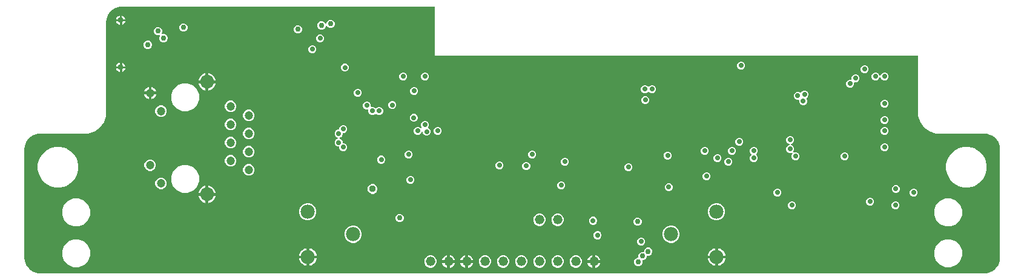
<source format=gbr>
G04 EAGLE Gerber RS-274X export*
G75*
%MOMM*%
%FSLAX34Y34*%
%LPD*%
%INCopper Layer 2*%
%IPPOS*%
%AMOC8*
5,1,8,0,0,1.08239X$1,22.5*%
G01*
%ADD10C,0.812800*%
%ADD11C,1.204800*%
%ADD12C,1.920000*%
%ADD13C,1.981200*%
%ADD14C,1.320800*%
%ADD15C,0.711200*%
%ADD16C,0.203200*%
%ADD17C,0.756400*%
%ADD18C,0.956400*%

G36*
X1346244Y3769D02*
X1346244Y3769D01*
X1346280Y3766D01*
X1349506Y4020D01*
X1349664Y4055D01*
X1349740Y4066D01*
X1355876Y6060D01*
X1356131Y6185D01*
X1356145Y6197D01*
X1356159Y6204D01*
X1361379Y9997D01*
X1361583Y10194D01*
X1361592Y10211D01*
X1361603Y10221D01*
X1365396Y15441D01*
X1365529Y15692D01*
X1365533Y15710D01*
X1365540Y15724D01*
X1367534Y21860D01*
X1367562Y22020D01*
X1367580Y22094D01*
X1367834Y25320D01*
X1367831Y25365D01*
X1367837Y25400D01*
X1367837Y177800D01*
X1367831Y177844D01*
X1367834Y177880D01*
X1367580Y181106D01*
X1367545Y181264D01*
X1367534Y181340D01*
X1365540Y187476D01*
X1365415Y187731D01*
X1365403Y187745D01*
X1365396Y187759D01*
X1361603Y192979D01*
X1361406Y193183D01*
X1361389Y193192D01*
X1361379Y193203D01*
X1356159Y196996D01*
X1355908Y197129D01*
X1355890Y197133D01*
X1355876Y197140D01*
X1349740Y199134D01*
X1349580Y199162D01*
X1349506Y199180D01*
X1346280Y199434D01*
X1346235Y199431D01*
X1346200Y199437D01*
X1278081Y199437D01*
X1269295Y202292D01*
X1261822Y207722D01*
X1256392Y215195D01*
X1253537Y223981D01*
X1253537Y307340D01*
X1253529Y307395D01*
X1253531Y307439D01*
X1253530Y307440D01*
X1253531Y307456D01*
X1253509Y307538D01*
X1253497Y307622D01*
X1253474Y307675D01*
X1253459Y307731D01*
X1253416Y307804D01*
X1253381Y307881D01*
X1253343Y307926D01*
X1253314Y307976D01*
X1253252Y308034D01*
X1253198Y308098D01*
X1253149Y308130D01*
X1253106Y308170D01*
X1253031Y308209D01*
X1252961Y308256D01*
X1252905Y308273D01*
X1252853Y308300D01*
X1252785Y308311D01*
X1252690Y308341D01*
X1252590Y308344D01*
X1252522Y308355D01*
X577595Y308355D01*
X577595Y376222D01*
X577587Y376280D01*
X577589Y376338D01*
X577567Y376420D01*
X577555Y376504D01*
X577532Y376557D01*
X577517Y376613D01*
X577474Y376686D01*
X577439Y376763D01*
X577401Y376808D01*
X577372Y376858D01*
X577310Y376916D01*
X577256Y376980D01*
X577207Y377012D01*
X577164Y377052D01*
X577089Y377091D01*
X577019Y377138D01*
X576963Y377155D01*
X576911Y377182D01*
X576843Y377193D01*
X576748Y377223D01*
X576648Y377226D01*
X576580Y377237D01*
X139700Y377237D01*
X139656Y377231D01*
X139620Y377234D01*
X136394Y376980D01*
X136236Y376945D01*
X136160Y376934D01*
X130024Y374940D01*
X129769Y374815D01*
X129755Y374803D01*
X129741Y374796D01*
X124521Y371003D01*
X124317Y370806D01*
X124308Y370789D01*
X124297Y370779D01*
X120504Y365559D01*
X120371Y365308D01*
X120367Y365290D01*
X120360Y365276D01*
X118366Y359140D01*
X118338Y358980D01*
X118320Y358906D01*
X118066Y355680D01*
X118069Y355635D01*
X118063Y355600D01*
X118063Y223981D01*
X115208Y215195D01*
X109778Y207722D01*
X102305Y202292D01*
X93519Y199437D01*
X25400Y199437D01*
X25356Y199431D01*
X25320Y199434D01*
X22094Y199180D01*
X21936Y199145D01*
X21860Y199134D01*
X15724Y197140D01*
X15469Y197015D01*
X15455Y197003D01*
X15441Y196996D01*
X10221Y193203D01*
X10017Y193006D01*
X10008Y192989D01*
X9997Y192979D01*
X6204Y187759D01*
X6071Y187508D01*
X6067Y187490D01*
X6060Y187476D01*
X4066Y181340D01*
X4038Y181180D01*
X4020Y181106D01*
X3766Y177880D01*
X3769Y177835D01*
X3763Y177800D01*
X3763Y25400D01*
X3769Y25356D01*
X3766Y25320D01*
X4020Y22094D01*
X4055Y21936D01*
X4066Y21860D01*
X6060Y15724D01*
X6185Y15469D01*
X6197Y15455D01*
X6204Y15441D01*
X9997Y10221D01*
X10194Y10017D01*
X10211Y10008D01*
X10221Y9997D01*
X15441Y6204D01*
X15692Y6071D01*
X15710Y6067D01*
X15724Y6060D01*
X21860Y4066D01*
X22020Y4038D01*
X22094Y4020D01*
X25320Y3766D01*
X25365Y3769D01*
X25400Y3763D01*
X1346200Y3763D01*
X1346244Y3769D01*
G37*
%LPC*%
G36*
X1317061Y123999D02*
X1317061Y123999D01*
X1309838Y125935D01*
X1303361Y129674D01*
X1298074Y134961D01*
X1294335Y141438D01*
X1292399Y148661D01*
X1292399Y156139D01*
X1294335Y163362D01*
X1298074Y169839D01*
X1303361Y175126D01*
X1309838Y178865D01*
X1317061Y180801D01*
X1324539Y180801D01*
X1331762Y178865D01*
X1338239Y175126D01*
X1343526Y169839D01*
X1347265Y163362D01*
X1349201Y156139D01*
X1349201Y148661D01*
X1347265Y141438D01*
X1343526Y134961D01*
X1338239Y129674D01*
X1331762Y125935D01*
X1324539Y123999D01*
X1317061Y123999D01*
G37*
%LPD*%
%LPC*%
G36*
X47061Y123999D02*
X47061Y123999D01*
X39838Y125935D01*
X33361Y129674D01*
X28074Y134961D01*
X24335Y141438D01*
X22399Y148661D01*
X22399Y156139D01*
X24335Y163362D01*
X28074Y169839D01*
X33361Y175126D01*
X39838Y178865D01*
X47061Y180801D01*
X54539Y180801D01*
X61762Y178865D01*
X68239Y175126D01*
X73526Y169839D01*
X77265Y163362D01*
X79201Y156139D01*
X79201Y148661D01*
X77265Y141438D01*
X73526Y134961D01*
X68239Y129674D01*
X61762Y125935D01*
X54539Y123999D01*
X47061Y123999D01*
G37*
%LPD*%
%LPC*%
G36*
X72319Y12239D02*
X72319Y12239D01*
X65148Y15210D01*
X59660Y20698D01*
X56689Y27869D01*
X56689Y35631D01*
X59660Y42802D01*
X65148Y48290D01*
X72319Y51261D01*
X80081Y51261D01*
X87252Y48290D01*
X92740Y42802D01*
X95711Y35631D01*
X95711Y27869D01*
X92740Y20698D01*
X87252Y15210D01*
X80081Y12239D01*
X72319Y12239D01*
G37*
%LPD*%
%LPC*%
G36*
X1291519Y69389D02*
X1291519Y69389D01*
X1284348Y72360D01*
X1278860Y77848D01*
X1275889Y85019D01*
X1275889Y92781D01*
X1278860Y99952D01*
X1284348Y105440D01*
X1291519Y108411D01*
X1299281Y108411D01*
X1306452Y105440D01*
X1311940Y99952D01*
X1314911Y92781D01*
X1314911Y85019D01*
X1311940Y77848D01*
X1306452Y72360D01*
X1299281Y69389D01*
X1291519Y69389D01*
G37*
%LPD*%
%LPC*%
G36*
X72319Y69389D02*
X72319Y69389D01*
X65148Y72360D01*
X59660Y77848D01*
X56689Y85019D01*
X56689Y92781D01*
X59660Y99952D01*
X65148Y105440D01*
X72319Y108411D01*
X80081Y108411D01*
X87252Y105440D01*
X92740Y99952D01*
X95711Y92781D01*
X95711Y85019D01*
X92740Y77848D01*
X87252Y72360D01*
X80081Y69389D01*
X72319Y69389D01*
G37*
%LPD*%
%LPC*%
G36*
X1291519Y12239D02*
X1291519Y12239D01*
X1284348Y15210D01*
X1278860Y20698D01*
X1275889Y27869D01*
X1275889Y35631D01*
X1278860Y42802D01*
X1284348Y48290D01*
X1291519Y51261D01*
X1299281Y51261D01*
X1306452Y48290D01*
X1311940Y42802D01*
X1314911Y35631D01*
X1314911Y27869D01*
X1311940Y20698D01*
X1306452Y15210D01*
X1299281Y12239D01*
X1291519Y12239D01*
G37*
%LPD*%
%LPC*%
G36*
X224711Y116397D02*
X224711Y116397D01*
X217543Y119366D01*
X212058Y124852D01*
X209089Y132019D01*
X209089Y139777D01*
X212058Y146944D01*
X217543Y152430D01*
X224711Y155399D01*
X232469Y155399D01*
X239636Y152430D01*
X245121Y146944D01*
X248090Y139777D01*
X248090Y132019D01*
X245121Y124852D01*
X239636Y119366D01*
X232469Y116397D01*
X224711Y116397D01*
G37*
%LPD*%
%LPC*%
G36*
X224711Y230697D02*
X224711Y230697D01*
X217543Y233666D01*
X212058Y239152D01*
X209089Y246319D01*
X209089Y254077D01*
X212058Y261244D01*
X217543Y266730D01*
X224711Y269699D01*
X232469Y269699D01*
X239636Y266730D01*
X245121Y261244D01*
X248090Y254077D01*
X248090Y246319D01*
X245121Y239152D01*
X239636Y233666D01*
X232469Y230697D01*
X224711Y230697D01*
G37*
%LPD*%
%LPC*%
G36*
X969175Y78231D02*
X969175Y78231D01*
X964787Y80049D01*
X961429Y83407D01*
X959611Y87795D01*
X959611Y92545D01*
X961429Y96933D01*
X964787Y100291D01*
X969175Y102109D01*
X973925Y102109D01*
X978313Y100291D01*
X981671Y96933D01*
X983489Y92545D01*
X983489Y87795D01*
X981671Y83407D01*
X978313Y80049D01*
X973925Y78231D01*
X969175Y78231D01*
G37*
%LPD*%
%LPC*%
G36*
X461175Y46481D02*
X461175Y46481D01*
X456787Y48299D01*
X453429Y51657D01*
X451611Y56045D01*
X451611Y60795D01*
X453429Y65183D01*
X456787Y68541D01*
X461175Y70359D01*
X465925Y70359D01*
X470313Y68541D01*
X473671Y65183D01*
X475489Y60795D01*
X475489Y56045D01*
X473671Y51657D01*
X470313Y48299D01*
X465925Y46481D01*
X461175Y46481D01*
G37*
%LPD*%
%LPC*%
G36*
X397675Y78231D02*
X397675Y78231D01*
X393287Y80049D01*
X389929Y83407D01*
X388111Y87795D01*
X388111Y92545D01*
X389929Y96933D01*
X393287Y100291D01*
X397675Y102109D01*
X402425Y102109D01*
X406813Y100291D01*
X410171Y96933D01*
X411989Y92545D01*
X411989Y87795D01*
X410171Y83407D01*
X406813Y80049D01*
X402425Y78231D01*
X397675Y78231D01*
G37*
%LPD*%
%LPC*%
G36*
X905675Y46481D02*
X905675Y46481D01*
X901287Y48299D01*
X897929Y51657D01*
X896111Y56045D01*
X896111Y60795D01*
X897929Y65183D01*
X901287Y68541D01*
X905675Y70359D01*
X910425Y70359D01*
X914813Y68541D01*
X918171Y65183D01*
X919989Y60795D01*
X919989Y56045D01*
X918171Y51657D01*
X914813Y48299D01*
X910425Y46481D01*
X905675Y46481D01*
G37*
%LPD*%
%LPC*%
G36*
X448468Y174751D02*
X448468Y174751D01*
X446414Y175602D01*
X444842Y177174D01*
X443991Y179228D01*
X443991Y180202D01*
X443983Y180260D01*
X443985Y180318D01*
X443963Y180400D01*
X443951Y180483D01*
X443928Y180537D01*
X443913Y180593D01*
X443870Y180666D01*
X443835Y180743D01*
X443797Y180787D01*
X443768Y180838D01*
X443706Y180895D01*
X443652Y180960D01*
X443603Y180992D01*
X443560Y181032D01*
X443485Y181071D01*
X443415Y181117D01*
X443359Y181135D01*
X443307Y181162D01*
X443239Y181173D01*
X443144Y181203D01*
X443044Y181206D01*
X442976Y181217D01*
X442003Y181217D01*
X439948Y182068D01*
X438376Y183640D01*
X437525Y185694D01*
X437525Y187917D01*
X438376Y189972D01*
X439948Y191544D01*
X441296Y192102D01*
X441322Y192117D01*
X441350Y192126D01*
X441444Y192189D01*
X441541Y192247D01*
X441561Y192268D01*
X441586Y192284D01*
X441659Y192371D01*
X441736Y192453D01*
X441750Y192479D01*
X441769Y192502D01*
X441815Y192605D01*
X441867Y192706D01*
X441872Y192735D01*
X441884Y192762D01*
X441900Y192874D01*
X441922Y192985D01*
X441919Y193014D01*
X441923Y193043D01*
X441907Y193155D01*
X441897Y193268D01*
X441887Y193295D01*
X441882Y193324D01*
X441836Y193428D01*
X441795Y193533D01*
X441777Y193557D01*
X441765Y193584D01*
X441692Y193670D01*
X441624Y193760D01*
X441600Y193778D01*
X441581Y193800D01*
X441514Y193842D01*
X441396Y193930D01*
X441337Y193952D01*
X441296Y193978D01*
X439948Y194536D01*
X438376Y196108D01*
X437525Y198163D01*
X437525Y200386D01*
X438376Y202440D01*
X439948Y204012D01*
X442003Y204863D01*
X442976Y204863D01*
X443034Y204871D01*
X443092Y204870D01*
X443174Y204891D01*
X443258Y204903D01*
X443311Y204927D01*
X443367Y204941D01*
X443440Y204984D01*
X443517Y205019D01*
X443562Y205057D01*
X443612Y205087D01*
X443670Y205148D01*
X443734Y205203D01*
X443766Y205251D01*
X443806Y205294D01*
X443845Y205369D01*
X443892Y205439D01*
X443909Y205495D01*
X443936Y205547D01*
X443947Y205615D01*
X443977Y205710D01*
X443980Y205810D01*
X443991Y205878D01*
X443991Y206852D01*
X444842Y208906D01*
X446414Y210478D01*
X448468Y211329D01*
X450692Y211329D01*
X452746Y210478D01*
X454318Y208906D01*
X455169Y206852D01*
X455169Y204628D01*
X454318Y202574D01*
X452746Y201002D01*
X450692Y200151D01*
X449718Y200151D01*
X449660Y200143D01*
X449602Y200145D01*
X449520Y200123D01*
X449437Y200111D01*
X449383Y200088D01*
X449327Y200073D01*
X449254Y200030D01*
X449177Y199995D01*
X449133Y199957D01*
X449082Y199928D01*
X449025Y199866D01*
X448960Y199812D01*
X448928Y199763D01*
X448888Y199720D01*
X448849Y199645D01*
X448803Y199575D01*
X448785Y199519D01*
X448758Y199467D01*
X448747Y199399D01*
X448717Y199304D01*
X448714Y199204D01*
X448703Y199136D01*
X448703Y198163D01*
X447852Y196108D01*
X446280Y194536D01*
X444932Y193978D01*
X444907Y193963D01*
X444879Y193954D01*
X444785Y193891D01*
X444687Y193833D01*
X444667Y193812D01*
X444643Y193796D01*
X444570Y193709D01*
X444492Y193627D01*
X444479Y193601D01*
X444460Y193578D01*
X444414Y193475D01*
X444362Y193374D01*
X444356Y193345D01*
X444344Y193318D01*
X444329Y193206D01*
X444307Y193095D01*
X444309Y193066D01*
X444305Y193037D01*
X444322Y192925D01*
X444331Y192812D01*
X444342Y192785D01*
X444346Y192755D01*
X444393Y192652D01*
X444433Y192547D01*
X444451Y192523D01*
X444463Y192496D01*
X444536Y192410D01*
X444605Y192320D01*
X444628Y192302D01*
X444647Y192280D01*
X444714Y192238D01*
X444833Y192150D01*
X444891Y192128D01*
X444932Y192102D01*
X446280Y191544D01*
X447852Y189972D01*
X448703Y187917D01*
X448703Y186944D01*
X448711Y186886D01*
X448710Y186828D01*
X448731Y186746D01*
X448743Y186662D01*
X448767Y186609D01*
X448781Y186553D01*
X448824Y186480D01*
X448859Y186403D01*
X448897Y186358D01*
X448927Y186308D01*
X448988Y186250D01*
X449043Y186186D01*
X449091Y186154D01*
X449134Y186114D01*
X449209Y186075D01*
X449279Y186028D01*
X449335Y186011D01*
X449387Y185984D01*
X449455Y185973D01*
X449550Y185943D01*
X449650Y185940D01*
X449718Y185929D01*
X450692Y185929D01*
X452746Y185078D01*
X454318Y183506D01*
X455169Y181452D01*
X455169Y179228D01*
X454318Y177174D01*
X452746Y175602D01*
X450692Y174751D01*
X448468Y174751D01*
G37*
%LPD*%
%LPC*%
G36*
X860693Y13715D02*
X860693Y13715D01*
X858556Y14601D01*
X856921Y16236D01*
X856035Y18373D01*
X856035Y20687D01*
X856921Y22824D01*
X858556Y24459D01*
X860693Y25345D01*
X861152Y25345D01*
X861265Y25361D01*
X861380Y25371D01*
X861406Y25381D01*
X861433Y25385D01*
X861538Y25431D01*
X861645Y25473D01*
X861667Y25489D01*
X861693Y25501D01*
X861780Y25575D01*
X861872Y25644D01*
X861889Y25667D01*
X861910Y25684D01*
X861973Y25780D01*
X862042Y25872D01*
X862052Y25898D01*
X862067Y25921D01*
X862102Y26031D01*
X862142Y26138D01*
X862145Y26166D01*
X862153Y26192D01*
X862156Y26307D01*
X862165Y26421D01*
X862160Y26446D01*
X862160Y26476D01*
X862093Y26733D01*
X862090Y26749D01*
X862075Y26783D01*
X862075Y29097D01*
X862961Y31234D01*
X864596Y32869D01*
X866733Y33755D01*
X869115Y33755D01*
X869173Y33763D01*
X869232Y33761D01*
X869313Y33783D01*
X869397Y33795D01*
X869450Y33818D01*
X869507Y33833D01*
X869579Y33876D01*
X869656Y33911D01*
X869701Y33949D01*
X869751Y33978D01*
X869809Y34040D01*
X869873Y34094D01*
X869906Y34143D01*
X869946Y34186D01*
X869984Y34261D01*
X870031Y34331D01*
X870049Y34387D01*
X870075Y34439D01*
X870087Y34507D01*
X870117Y34602D01*
X870119Y34702D01*
X870131Y34770D01*
X870131Y35593D01*
X871016Y37730D01*
X872652Y39366D01*
X874789Y40251D01*
X877102Y40251D01*
X879239Y39366D01*
X880875Y37730D01*
X881760Y35593D01*
X881760Y33280D01*
X880875Y31142D01*
X879239Y29507D01*
X877102Y28622D01*
X874720Y28622D01*
X874662Y28613D01*
X874604Y28615D01*
X874522Y28594D01*
X874438Y28582D01*
X874385Y28558D01*
X874329Y28543D01*
X874256Y28500D01*
X874179Y28465D01*
X874134Y28428D01*
X874084Y28398D01*
X874026Y28336D01*
X873962Y28282D01*
X873930Y28233D01*
X873890Y28191D01*
X873851Y28115D01*
X873804Y28045D01*
X873787Y27989D01*
X873760Y27937D01*
X873749Y27869D01*
X873719Y27774D01*
X873716Y27674D01*
X873705Y27606D01*
X873705Y26783D01*
X872819Y24646D01*
X871184Y23011D01*
X869047Y22125D01*
X868588Y22125D01*
X868475Y22109D01*
X868360Y22099D01*
X868334Y22089D01*
X868307Y22085D01*
X868202Y22039D01*
X868095Y21997D01*
X868073Y21981D01*
X868047Y21969D01*
X867960Y21895D01*
X867868Y21826D01*
X867851Y21803D01*
X867830Y21786D01*
X867767Y21690D01*
X867698Y21598D01*
X867688Y21572D01*
X867673Y21549D01*
X867638Y21439D01*
X867598Y21332D01*
X867595Y21304D01*
X867587Y21278D01*
X867584Y21163D01*
X867575Y21049D01*
X867580Y21024D01*
X867580Y20994D01*
X867647Y20737D01*
X867650Y20721D01*
X867665Y20687D01*
X867665Y18373D01*
X866779Y16236D01*
X865144Y14601D01*
X863007Y13715D01*
X860693Y13715D01*
G37*
%LPD*%
%LPC*%
G36*
X565220Y196425D02*
X565220Y196425D01*
X563166Y197276D01*
X561594Y198848D01*
X560718Y200962D01*
X560703Y200987D01*
X560694Y201015D01*
X560631Y201110D01*
X560574Y201207D01*
X560552Y201227D01*
X560536Y201252D01*
X560449Y201325D01*
X560367Y201402D01*
X560341Y201416D01*
X560318Y201435D01*
X560215Y201481D01*
X560114Y201532D01*
X560086Y201538D01*
X560059Y201550D01*
X559946Y201566D01*
X559835Y201587D01*
X559806Y201585D01*
X559777Y201589D01*
X559665Y201573D01*
X559552Y201563D01*
X559525Y201552D01*
X559496Y201548D01*
X559393Y201502D01*
X559287Y201461D01*
X559263Y201443D01*
X559237Y201431D01*
X559151Y201358D01*
X559060Y201289D01*
X559043Y201266D01*
X559020Y201247D01*
X558979Y201180D01*
X558890Y201062D01*
X558868Y201003D01*
X558842Y200962D01*
X558458Y200034D01*
X556886Y198462D01*
X554832Y197611D01*
X552608Y197611D01*
X550554Y198462D01*
X548982Y200034D01*
X548131Y202088D01*
X548131Y204312D01*
X548982Y206366D01*
X550554Y207938D01*
X552608Y208789D01*
X554832Y208789D01*
X556886Y207938D01*
X557487Y207337D01*
X557555Y207286D01*
X557618Y207226D01*
X557668Y207200D01*
X557714Y207166D01*
X557794Y207136D01*
X557870Y207096D01*
X557926Y207085D01*
X557979Y207065D01*
X558065Y207058D01*
X558149Y207041D01*
X558206Y207046D01*
X558263Y207041D01*
X558347Y207058D01*
X558433Y207066D01*
X558486Y207086D01*
X558541Y207097D01*
X558618Y207137D01*
X558698Y207168D01*
X558743Y207202D01*
X558794Y207228D01*
X558856Y207287D01*
X558925Y207339D01*
X558959Y207385D01*
X559000Y207424D01*
X559043Y207498D01*
X559095Y207567D01*
X559115Y207620D01*
X559144Y207669D01*
X559165Y207753D01*
X559195Y207833D01*
X559200Y207890D01*
X559214Y207945D01*
X559211Y208031D01*
X559218Y208116D01*
X559207Y208165D01*
X559205Y208229D01*
X559160Y208367D01*
X559142Y208443D01*
X558291Y210498D01*
X558291Y212722D01*
X559142Y214776D01*
X560714Y216348D01*
X562768Y217199D01*
X564992Y217199D01*
X567046Y216348D01*
X568618Y214776D01*
X569469Y212722D01*
X569469Y210498D01*
X568541Y208258D01*
X568532Y208223D01*
X568495Y208140D01*
X568491Y208114D01*
X568482Y208089D01*
X568474Y207999D01*
X568470Y207982D01*
X568470Y207963D01*
X568456Y207859D01*
X568460Y207832D01*
X568457Y207806D01*
X568478Y207703D01*
X568478Y207698D01*
X568480Y207691D01*
X568497Y207577D01*
X568508Y207553D01*
X568513Y207527D01*
X568566Y207424D01*
X568614Y207318D01*
X568631Y207298D01*
X568643Y207274D01*
X568723Y207190D01*
X568798Y207102D01*
X568818Y207089D01*
X568839Y207068D01*
X569078Y206926D01*
X569083Y206924D01*
X569498Y206752D01*
X571070Y205180D01*
X571920Y203126D01*
X571920Y200902D01*
X571070Y198848D01*
X569498Y197276D01*
X567443Y196425D01*
X565220Y196425D01*
G37*
%LPD*%
%LPC*%
G36*
X1080928Y162051D02*
X1080928Y162051D01*
X1078874Y162902D01*
X1077302Y164474D01*
X1076451Y166528D01*
X1076451Y168752D01*
X1077302Y170806D01*
X1077344Y170848D01*
X1077396Y170917D01*
X1077455Y170979D01*
X1077481Y171030D01*
X1077515Y171075D01*
X1077546Y171155D01*
X1077585Y171232D01*
X1077596Y171288D01*
X1077616Y171341D01*
X1077624Y171426D01*
X1077640Y171511D01*
X1077635Y171567D01*
X1077640Y171624D01*
X1077623Y171708D01*
X1077616Y171794D01*
X1077595Y171847D01*
X1077584Y171903D01*
X1077544Y171979D01*
X1077514Y172059D01*
X1077479Y172105D01*
X1077453Y172155D01*
X1077394Y172217D01*
X1077342Y172286D01*
X1077297Y172320D01*
X1077257Y172361D01*
X1077183Y172405D01*
X1077114Y172456D01*
X1077061Y172476D01*
X1077012Y172505D01*
X1076929Y172526D01*
X1076848Y172557D01*
X1076792Y172561D01*
X1076737Y172575D01*
X1076651Y172572D01*
X1076565Y172579D01*
X1076517Y172568D01*
X1076452Y172566D01*
X1076314Y172521D01*
X1076238Y172504D01*
X1075532Y172211D01*
X1073308Y172211D01*
X1071254Y173062D01*
X1069682Y174634D01*
X1068831Y176688D01*
X1068831Y178912D01*
X1069682Y180966D01*
X1071254Y182538D01*
X1072882Y183212D01*
X1072907Y183227D01*
X1072935Y183236D01*
X1073029Y183299D01*
X1073127Y183357D01*
X1073147Y183378D01*
X1073171Y183394D01*
X1073244Y183481D01*
X1073322Y183563D01*
X1073335Y183589D01*
X1073354Y183612D01*
X1073400Y183715D01*
X1073452Y183816D01*
X1073458Y183845D01*
X1073470Y183872D01*
X1073485Y183984D01*
X1073507Y184095D01*
X1073504Y184124D01*
X1073508Y184153D01*
X1073492Y184265D01*
X1073483Y184378D01*
X1073472Y184405D01*
X1073468Y184435D01*
X1073421Y184538D01*
X1073380Y184643D01*
X1073363Y184667D01*
X1073351Y184694D01*
X1073277Y184780D01*
X1073209Y184870D01*
X1073185Y184888D01*
X1073166Y184910D01*
X1073100Y184952D01*
X1072981Y185040D01*
X1072923Y185062D01*
X1072882Y185088D01*
X1071254Y185762D01*
X1069682Y187334D01*
X1068831Y189388D01*
X1068831Y191612D01*
X1069682Y193666D01*
X1071254Y195238D01*
X1073308Y196089D01*
X1075532Y196089D01*
X1077586Y195238D01*
X1079158Y193666D01*
X1080009Y191612D01*
X1080009Y189388D01*
X1079158Y187334D01*
X1077586Y185762D01*
X1075958Y185088D01*
X1075933Y185073D01*
X1075905Y185064D01*
X1075811Y185001D01*
X1075713Y184943D01*
X1075693Y184922D01*
X1075669Y184906D01*
X1075596Y184819D01*
X1075518Y184737D01*
X1075505Y184711D01*
X1075486Y184688D01*
X1075440Y184585D01*
X1075388Y184484D01*
X1075382Y184455D01*
X1075370Y184428D01*
X1075355Y184316D01*
X1075333Y184205D01*
X1075336Y184176D01*
X1075332Y184147D01*
X1075348Y184035D01*
X1075357Y183922D01*
X1075368Y183895D01*
X1075372Y183866D01*
X1075419Y183762D01*
X1075459Y183657D01*
X1075477Y183633D01*
X1075489Y183606D01*
X1075563Y183520D01*
X1075631Y183430D01*
X1075655Y183412D01*
X1075674Y183390D01*
X1075740Y183348D01*
X1075859Y183260D01*
X1075917Y183238D01*
X1075958Y183212D01*
X1077586Y182538D01*
X1079158Y180966D01*
X1080009Y178912D01*
X1080009Y176688D01*
X1079158Y174634D01*
X1079116Y174592D01*
X1079064Y174523D01*
X1079005Y174461D01*
X1078979Y174410D01*
X1078945Y174365D01*
X1078914Y174285D01*
X1078875Y174208D01*
X1078864Y174152D01*
X1078844Y174099D01*
X1078836Y174014D01*
X1078820Y173929D01*
X1078825Y173873D01*
X1078820Y173816D01*
X1078837Y173732D01*
X1078844Y173646D01*
X1078865Y173593D01*
X1078876Y173537D01*
X1078916Y173461D01*
X1078946Y173381D01*
X1078981Y173335D01*
X1079007Y173285D01*
X1079066Y173223D01*
X1079118Y173154D01*
X1079163Y173120D01*
X1079203Y173079D01*
X1079277Y173035D01*
X1079346Y172984D01*
X1079399Y172964D01*
X1079448Y172935D01*
X1079531Y172914D01*
X1079612Y172883D01*
X1079668Y172879D01*
X1079723Y172865D01*
X1079809Y172868D01*
X1079895Y172861D01*
X1079943Y172872D01*
X1080008Y172874D01*
X1080146Y172919D01*
X1080222Y172936D01*
X1080928Y173229D01*
X1083152Y173229D01*
X1085206Y172378D01*
X1086778Y170806D01*
X1087629Y168752D01*
X1087629Y166528D01*
X1086778Y164474D01*
X1085206Y162902D01*
X1083152Y162051D01*
X1080928Y162051D01*
G37*
%LPD*%
%LPC*%
G36*
X498704Y225551D02*
X498704Y225551D01*
X496650Y226402D01*
X495704Y227348D01*
X495658Y227383D01*
X495617Y227426D01*
X495545Y227468D01*
X495477Y227519D01*
X495423Y227540D01*
X495372Y227569D01*
X495290Y227590D01*
X495212Y227620D01*
X495153Y227625D01*
X495097Y227639D01*
X495012Y227637D01*
X494928Y227644D01*
X494871Y227632D01*
X494812Y227630D01*
X494732Y227604D01*
X494649Y227588D01*
X494598Y227561D01*
X494542Y227543D01*
X494486Y227503D01*
X494397Y227457D01*
X494325Y227388D01*
X494269Y227348D01*
X493354Y226434D01*
X491300Y225583D01*
X489077Y225583D01*
X487023Y226434D01*
X485451Y228006D01*
X484600Y230060D01*
X484600Y232156D01*
X484592Y232214D01*
X484593Y232272D01*
X484572Y232354D01*
X484560Y232438D01*
X484536Y232491D01*
X484521Y232547D01*
X484478Y232620D01*
X484444Y232697D01*
X484406Y232742D01*
X484376Y232792D01*
X484314Y232850D01*
X484260Y232914D01*
X484211Y232946D01*
X484169Y232986D01*
X484094Y233025D01*
X484023Y233072D01*
X483968Y233089D01*
X483916Y233116D01*
X483847Y233127D01*
X483752Y233157D01*
X483653Y233160D01*
X483584Y233171D01*
X481488Y233171D01*
X479434Y234022D01*
X477862Y235594D01*
X477011Y237648D01*
X477011Y239872D01*
X477862Y241926D01*
X479434Y243498D01*
X481488Y244349D01*
X483712Y244349D01*
X485766Y243498D01*
X487338Y241926D01*
X488189Y239872D01*
X488189Y237776D01*
X488197Y237718D01*
X488195Y237659D01*
X488217Y237578D01*
X488229Y237494D01*
X488252Y237441D01*
X488267Y237384D01*
X488310Y237312D01*
X488345Y237235D01*
X488383Y237190D01*
X488412Y237140D01*
X488474Y237082D01*
X488528Y237018D01*
X488577Y236985D01*
X488620Y236945D01*
X488695Y236907D01*
X488765Y236860D01*
X488821Y236842D01*
X488873Y236816D01*
X488941Y236804D01*
X489036Y236774D01*
X489136Y236772D01*
X489204Y236760D01*
X491300Y236760D01*
X493354Y235909D01*
X494300Y234964D01*
X494347Y234928D01*
X494387Y234886D01*
X494460Y234843D01*
X494527Y234793D01*
X494582Y234772D01*
X494632Y234742D01*
X494714Y234721D01*
X494793Y234691D01*
X494851Y234687D01*
X494908Y234672D01*
X494992Y234675D01*
X495076Y234668D01*
X495134Y234679D01*
X495192Y234681D01*
X495272Y234707D01*
X495355Y234724D01*
X495407Y234751D01*
X495463Y234769D01*
X495519Y234809D01*
X495607Y234855D01*
X495680Y234923D01*
X495736Y234964D01*
X496650Y235878D01*
X498704Y236729D01*
X500928Y236729D01*
X502982Y235878D01*
X504554Y234306D01*
X505405Y232252D01*
X505405Y230028D01*
X504554Y227974D01*
X502982Y226402D01*
X500928Y225551D01*
X498704Y225551D01*
G37*
%LPD*%
%LPC*%
G36*
X1091448Y239041D02*
X1091448Y239041D01*
X1089394Y239892D01*
X1087822Y241464D01*
X1086971Y243518D01*
X1086971Y245646D01*
X1086963Y245704D01*
X1086964Y245762D01*
X1086943Y245844D01*
X1086931Y245928D01*
X1086907Y245981D01*
X1086892Y246037D01*
X1086849Y246110D01*
X1086815Y246187D01*
X1086777Y246232D01*
X1086747Y246282D01*
X1086686Y246340D01*
X1086631Y246404D01*
X1086583Y246436D01*
X1086540Y246476D01*
X1086465Y246515D01*
X1086395Y246562D01*
X1086339Y246579D01*
X1086287Y246606D01*
X1086219Y246617D01*
X1086123Y246647D01*
X1086024Y246650D01*
X1085956Y246661D01*
X1083828Y246661D01*
X1081774Y247512D01*
X1080202Y249084D01*
X1079351Y251138D01*
X1079351Y253362D01*
X1080202Y255416D01*
X1081774Y256988D01*
X1083828Y257839D01*
X1086051Y257839D01*
X1088132Y256977D01*
X1088161Y256955D01*
X1088249Y256881D01*
X1088275Y256869D01*
X1088297Y256853D01*
X1088404Y256812D01*
X1088509Y256765D01*
X1088537Y256761D01*
X1088563Y256752D01*
X1088677Y256742D01*
X1088791Y256726D01*
X1088818Y256730D01*
X1088846Y256728D01*
X1088958Y256751D01*
X1089072Y256767D01*
X1089097Y256778D01*
X1089125Y256784D01*
X1089226Y256837D01*
X1089331Y256884D01*
X1089352Y256902D01*
X1089377Y256915D01*
X1089460Y256994D01*
X1089548Y257068D01*
X1089561Y257090D01*
X1089583Y257111D01*
X1089718Y257341D01*
X1089726Y257353D01*
X1089752Y257416D01*
X1091324Y258988D01*
X1093378Y259839D01*
X1095601Y259839D01*
X1097655Y258988D01*
X1099227Y257416D01*
X1100078Y255362D01*
X1100078Y253139D01*
X1099227Y251085D01*
X1097655Y249513D01*
X1097592Y249486D01*
X1097493Y249428D01*
X1097391Y249375D01*
X1097371Y249356D01*
X1097347Y249342D01*
X1097268Y249258D01*
X1097185Y249179D01*
X1097171Y249155D01*
X1097152Y249135D01*
X1097100Y249033D01*
X1097041Y248934D01*
X1097035Y248907D01*
X1097022Y248883D01*
X1097000Y248770D01*
X1096971Y248659D01*
X1096972Y248631D01*
X1096967Y248604D01*
X1096977Y248489D01*
X1096980Y248374D01*
X1096989Y248348D01*
X1096991Y248320D01*
X1097033Y248213D01*
X1097068Y248104D01*
X1097082Y248084D01*
X1097093Y248055D01*
X1097254Y247842D01*
X1097263Y247831D01*
X1097297Y247796D01*
X1098148Y245742D01*
X1098148Y243518D01*
X1097297Y241464D01*
X1095725Y239892D01*
X1093671Y239041D01*
X1091448Y239041D01*
G37*
%LPD*%
%LPC*%
G36*
X569782Y11683D02*
X569782Y11683D01*
X566608Y12998D01*
X564178Y15428D01*
X562863Y18602D01*
X562863Y22038D01*
X564178Y25212D01*
X566608Y27642D01*
X569782Y28957D01*
X573218Y28957D01*
X576392Y27642D01*
X578822Y25212D01*
X580137Y22038D01*
X580137Y18602D01*
X578822Y15428D01*
X576392Y12998D01*
X573218Y11683D01*
X569782Y11683D01*
G37*
%LPD*%
%LPC*%
G36*
X722182Y11683D02*
X722182Y11683D01*
X719008Y12998D01*
X716578Y15428D01*
X715263Y18602D01*
X715263Y22038D01*
X716578Y25212D01*
X719008Y27642D01*
X722182Y28957D01*
X725618Y28957D01*
X728792Y27642D01*
X731222Y25212D01*
X732537Y22038D01*
X732537Y18602D01*
X731222Y15428D01*
X728792Y12998D01*
X725618Y11683D01*
X722182Y11683D01*
G37*
%LPD*%
%LPC*%
G36*
X722182Y70103D02*
X722182Y70103D01*
X719008Y71418D01*
X716578Y73848D01*
X715263Y77022D01*
X715263Y80458D01*
X716578Y83632D01*
X719008Y86062D01*
X722182Y87377D01*
X725618Y87377D01*
X728792Y86062D01*
X731222Y83632D01*
X732537Y80458D01*
X732537Y77022D01*
X731222Y73848D01*
X728792Y71418D01*
X725618Y70103D01*
X722182Y70103D01*
G37*
%LPD*%
%LPC*%
G36*
X747582Y70103D02*
X747582Y70103D01*
X744408Y71418D01*
X741978Y73848D01*
X740663Y77022D01*
X740663Y80458D01*
X741978Y83632D01*
X744408Y86062D01*
X747582Y87377D01*
X751018Y87377D01*
X754192Y86062D01*
X756622Y83632D01*
X757937Y80458D01*
X757937Y77022D01*
X756622Y73848D01*
X754192Y71418D01*
X751018Y70103D01*
X747582Y70103D01*
G37*
%LPD*%
%LPC*%
G36*
X772982Y11683D02*
X772982Y11683D01*
X769808Y12998D01*
X767378Y15428D01*
X766063Y18602D01*
X766063Y22038D01*
X767378Y25212D01*
X769808Y27642D01*
X772982Y28957D01*
X776418Y28957D01*
X779592Y27642D01*
X782022Y25212D01*
X783337Y22038D01*
X783337Y18602D01*
X782022Y15428D01*
X779592Y12998D01*
X776418Y11683D01*
X772982Y11683D01*
G37*
%LPD*%
%LPC*%
G36*
X645982Y11683D02*
X645982Y11683D01*
X642808Y12998D01*
X640378Y15428D01*
X639063Y18602D01*
X639063Y22038D01*
X640378Y25212D01*
X642808Y27642D01*
X645982Y28957D01*
X649418Y28957D01*
X652592Y27642D01*
X655022Y25212D01*
X656337Y22038D01*
X656337Y18602D01*
X655022Y15428D01*
X652592Y12998D01*
X649418Y11683D01*
X645982Y11683D01*
G37*
%LPD*%
%LPC*%
G36*
X671382Y11683D02*
X671382Y11683D01*
X668208Y12998D01*
X665778Y15428D01*
X664463Y18602D01*
X664463Y22038D01*
X665778Y25212D01*
X668208Y27642D01*
X671382Y28957D01*
X674818Y28957D01*
X677992Y27642D01*
X680422Y25212D01*
X681737Y22038D01*
X681737Y18602D01*
X680422Y15428D01*
X677992Y12998D01*
X674818Y11683D01*
X671382Y11683D01*
G37*
%LPD*%
%LPC*%
G36*
X747582Y11683D02*
X747582Y11683D01*
X744408Y12998D01*
X741978Y15428D01*
X740663Y18602D01*
X740663Y22038D01*
X741978Y25212D01*
X744408Y27642D01*
X747582Y28957D01*
X751018Y28957D01*
X754192Y27642D01*
X756622Y25212D01*
X757937Y22038D01*
X757937Y18602D01*
X756622Y15428D01*
X754192Y12998D01*
X751018Y11683D01*
X747582Y11683D01*
G37*
%LPD*%
%LPC*%
G36*
X696782Y11683D02*
X696782Y11683D01*
X693608Y12998D01*
X691178Y15428D01*
X689863Y18602D01*
X689863Y22038D01*
X691178Y25212D01*
X693608Y27642D01*
X696782Y28957D01*
X700218Y28957D01*
X703392Y27642D01*
X705822Y25212D01*
X707137Y22038D01*
X707137Y18602D01*
X705822Y15428D01*
X703392Y12998D01*
X700218Y11683D01*
X696782Y11683D01*
G37*
%LPD*%
%LPC*%
G36*
X417943Y344781D02*
X417943Y344781D01*
X415806Y345667D01*
X414171Y347302D01*
X413285Y349439D01*
X413285Y351753D01*
X414171Y353890D01*
X415806Y355525D01*
X417943Y356411D01*
X420257Y356411D01*
X422394Y355525D01*
X424029Y353890D01*
X424032Y353884D01*
X424076Y353810D01*
X424111Y353731D01*
X424148Y353688D01*
X424176Y353639D01*
X424239Y353580D01*
X424295Y353514D01*
X424342Y353483D01*
X424383Y353444D01*
X424460Y353404D01*
X424531Y353357D01*
X424585Y353339D01*
X424636Y353313D01*
X424720Y353297D01*
X424802Y353271D01*
X424859Y353269D01*
X424915Y353258D01*
X425000Y353266D01*
X425086Y353264D01*
X425141Y353278D01*
X425198Y353283D01*
X425278Y353314D01*
X425361Y353335D01*
X425410Y353364D01*
X425463Y353385D01*
X425532Y353437D01*
X425606Y353481D01*
X425645Y353522D01*
X425690Y353556D01*
X425742Y353625D01*
X425800Y353688D01*
X425826Y353739D01*
X425860Y353784D01*
X425891Y353864D01*
X425930Y353941D01*
X425938Y353990D01*
X425961Y354050D01*
X425971Y354183D01*
X426871Y356354D01*
X428506Y357989D01*
X430643Y358875D01*
X432957Y358875D01*
X435094Y357989D01*
X436729Y356354D01*
X437615Y354217D01*
X437615Y351903D01*
X436729Y349766D01*
X435094Y348131D01*
X432957Y347245D01*
X430643Y347245D01*
X428506Y348131D01*
X426871Y349766D01*
X426868Y349772D01*
X426824Y349846D01*
X426789Y349925D01*
X426752Y349968D01*
X426724Y350017D01*
X426661Y350076D01*
X426605Y350142D01*
X426558Y350173D01*
X426517Y350212D01*
X426440Y350252D01*
X426369Y350299D01*
X426315Y350317D01*
X426264Y350343D01*
X426180Y350359D01*
X426098Y350385D01*
X426041Y350387D01*
X425985Y350398D01*
X425900Y350390D01*
X425814Y350392D01*
X425759Y350378D01*
X425702Y350373D01*
X425622Y350342D01*
X425539Y350321D01*
X425490Y350292D01*
X425437Y350271D01*
X425368Y350219D01*
X425294Y350175D01*
X425255Y350134D01*
X425210Y350100D01*
X425158Y350031D01*
X425100Y349968D01*
X425074Y349917D01*
X425040Y349872D01*
X425009Y349792D01*
X424970Y349715D01*
X424962Y349666D01*
X424939Y349606D01*
X424929Y349473D01*
X424029Y347302D01*
X422394Y345667D01*
X420257Y344781D01*
X417943Y344781D01*
G37*
%LPD*%
%LPC*%
G36*
X197087Y327207D02*
X197087Y327207D01*
X194950Y328093D01*
X193315Y329728D01*
X192429Y331865D01*
X192429Y334179D01*
X193105Y335809D01*
X193112Y335838D01*
X193126Y335864D01*
X193147Y335975D01*
X193176Y336084D01*
X193175Y336114D01*
X193181Y336143D01*
X193171Y336256D01*
X193168Y336369D01*
X193159Y336397D01*
X193156Y336426D01*
X193115Y336532D01*
X193081Y336639D01*
X193065Y336664D01*
X193054Y336691D01*
X192986Y336781D01*
X192923Y336876D01*
X192900Y336894D01*
X192882Y336918D01*
X192792Y336986D01*
X192705Y337059D01*
X192678Y337070D01*
X192655Y337088D01*
X192549Y337128D01*
X192445Y337174D01*
X192416Y337178D01*
X192389Y337188D01*
X192276Y337197D01*
X192164Y337213D01*
X192135Y337209D01*
X192105Y337211D01*
X192029Y337193D01*
X191882Y337172D01*
X191825Y337147D01*
X191778Y337136D01*
X191657Y337085D01*
X189343Y337085D01*
X187206Y337971D01*
X185571Y339606D01*
X184685Y341743D01*
X184685Y344057D01*
X185571Y346194D01*
X187206Y347829D01*
X189343Y348715D01*
X191657Y348715D01*
X193794Y347829D01*
X195429Y346194D01*
X196315Y344057D01*
X196315Y341743D01*
X195639Y340113D01*
X195632Y340084D01*
X195619Y340058D01*
X195597Y339947D01*
X195568Y339838D01*
X195569Y339808D01*
X195564Y339779D01*
X195573Y339667D01*
X195577Y339553D01*
X195585Y339525D01*
X195588Y339496D01*
X195629Y339391D01*
X195663Y339283D01*
X195680Y339258D01*
X195690Y339231D01*
X195758Y339141D01*
X195821Y339046D01*
X195844Y339028D01*
X195862Y339004D01*
X195952Y338936D01*
X196039Y338864D01*
X196066Y338852D01*
X196089Y338834D01*
X196195Y338794D01*
X196299Y338748D01*
X196328Y338744D01*
X196355Y338734D01*
X196468Y338725D01*
X196580Y338709D01*
X196609Y338713D01*
X196639Y338711D01*
X196715Y338729D01*
X196862Y338750D01*
X196919Y338776D01*
X196966Y338786D01*
X197087Y338837D01*
X199401Y338837D01*
X201538Y337951D01*
X203174Y336316D01*
X204059Y334179D01*
X204059Y331865D01*
X203174Y329728D01*
X201538Y328093D01*
X199401Y327207D01*
X197087Y327207D01*
G37*
%LPD*%
%LPC*%
G36*
X290487Y178641D02*
X290487Y178641D01*
X287526Y179868D01*
X285259Y182134D01*
X284033Y185095D01*
X284033Y188300D01*
X285259Y191262D01*
X287526Y193528D01*
X290487Y194755D01*
X293692Y194755D01*
X296653Y193528D01*
X298920Y191262D01*
X300146Y188300D01*
X300146Y185095D01*
X298920Y182134D01*
X296653Y179868D01*
X293692Y178641D01*
X290487Y178641D01*
G37*
%LPD*%
%LPC*%
G36*
X193201Y121729D02*
X193201Y121729D01*
X190240Y122955D01*
X187974Y125221D01*
X186747Y128183D01*
X186747Y131388D01*
X187974Y134349D01*
X190240Y136615D01*
X193201Y137842D01*
X196406Y137842D01*
X199368Y136615D01*
X201634Y134349D01*
X202860Y131388D01*
X202860Y128183D01*
X201634Y125221D01*
X199368Y122955D01*
X196406Y121729D01*
X193201Y121729D01*
G37*
%LPD*%
%LPC*%
G36*
X315887Y216741D02*
X315887Y216741D01*
X312926Y217968D01*
X310659Y220234D01*
X309433Y223195D01*
X309433Y226400D01*
X310659Y229362D01*
X312926Y231628D01*
X315887Y232855D01*
X319092Y232855D01*
X322053Y231628D01*
X324320Y229362D01*
X325546Y226400D01*
X325546Y223195D01*
X324320Y220234D01*
X322053Y217968D01*
X319092Y216741D01*
X315887Y216741D01*
G37*
%LPD*%
%LPC*%
G36*
X315887Y140541D02*
X315887Y140541D01*
X312926Y141768D01*
X310659Y144034D01*
X309433Y146995D01*
X309433Y150200D01*
X310659Y153162D01*
X312926Y155428D01*
X315887Y156655D01*
X319092Y156655D01*
X322053Y155428D01*
X324320Y153162D01*
X325546Y150200D01*
X325546Y146995D01*
X324320Y144034D01*
X322053Y141768D01*
X319092Y140541D01*
X315887Y140541D01*
G37*
%LPD*%
%LPC*%
G36*
X315887Y191341D02*
X315887Y191341D01*
X312926Y192568D01*
X310659Y194834D01*
X309433Y197795D01*
X309433Y201000D01*
X310659Y203962D01*
X312926Y206228D01*
X315887Y207455D01*
X319092Y207455D01*
X322053Y206228D01*
X324320Y203962D01*
X325546Y201000D01*
X325546Y197795D01*
X324320Y194834D01*
X322053Y192568D01*
X319092Y191341D01*
X315887Y191341D01*
G37*
%LPD*%
%LPC*%
G36*
X178006Y147147D02*
X178006Y147147D01*
X175045Y148374D01*
X172779Y150640D01*
X171552Y153601D01*
X171552Y156806D01*
X172779Y159768D01*
X175045Y162034D01*
X178006Y163261D01*
X181211Y163261D01*
X184173Y162034D01*
X186439Y159768D01*
X187665Y156806D01*
X187665Y153601D01*
X186439Y150640D01*
X184173Y148374D01*
X181211Y147147D01*
X178006Y147147D01*
G37*
%LPD*%
%LPC*%
G36*
X290487Y153241D02*
X290487Y153241D01*
X287526Y154468D01*
X285259Y156734D01*
X284033Y159695D01*
X284033Y162900D01*
X285259Y165862D01*
X287526Y168128D01*
X290487Y169355D01*
X293692Y169355D01*
X296653Y168128D01*
X298920Y165862D01*
X300146Y162900D01*
X300146Y159695D01*
X298920Y156734D01*
X296653Y154468D01*
X293692Y153241D01*
X290487Y153241D01*
G37*
%LPD*%
%LPC*%
G36*
X193206Y222847D02*
X193206Y222847D01*
X190245Y224074D01*
X187979Y226340D01*
X186752Y229301D01*
X186752Y232506D01*
X187979Y235468D01*
X190245Y237734D01*
X193206Y238961D01*
X196411Y238961D01*
X199373Y237734D01*
X201639Y235468D01*
X202865Y232506D01*
X202865Y229301D01*
X201639Y226340D01*
X199373Y224074D01*
X196411Y222847D01*
X193206Y222847D01*
G37*
%LPD*%
%LPC*%
G36*
X290487Y204041D02*
X290487Y204041D01*
X287526Y205268D01*
X285259Y207534D01*
X284033Y210495D01*
X284033Y213700D01*
X285259Y216662D01*
X287526Y218928D01*
X290487Y220155D01*
X293692Y220155D01*
X296653Y218928D01*
X298920Y216662D01*
X300146Y213700D01*
X300146Y210495D01*
X298920Y207534D01*
X296653Y205268D01*
X293692Y204041D01*
X290487Y204041D01*
G37*
%LPD*%
%LPC*%
G36*
X315887Y165941D02*
X315887Y165941D01*
X312926Y167168D01*
X310659Y169434D01*
X309433Y172395D01*
X309433Y175600D01*
X310659Y178562D01*
X312926Y180828D01*
X315887Y182055D01*
X319092Y182055D01*
X322053Y180828D01*
X324320Y178562D01*
X325546Y175600D01*
X325546Y172395D01*
X324320Y169434D01*
X322053Y167168D01*
X319092Y165941D01*
X315887Y165941D01*
G37*
%LPD*%
%LPC*%
G36*
X290487Y229441D02*
X290487Y229441D01*
X287526Y230668D01*
X285259Y232934D01*
X284033Y235895D01*
X284033Y239100D01*
X285259Y242062D01*
X287526Y244328D01*
X290487Y245555D01*
X293692Y245555D01*
X296653Y244328D01*
X298920Y242062D01*
X300146Y239100D01*
X300146Y235895D01*
X298920Y232934D01*
X296653Y230668D01*
X293692Y229441D01*
X290487Y229441D01*
G37*
%LPD*%
%LPC*%
G36*
X1192688Y273811D02*
X1192688Y273811D01*
X1190634Y274662D01*
X1189062Y276234D01*
X1188211Y278288D01*
X1188211Y280512D01*
X1189062Y282566D01*
X1190634Y284138D01*
X1192688Y284989D01*
X1194912Y284989D01*
X1196966Y284138D01*
X1198538Y282566D01*
X1199212Y280938D01*
X1199227Y280913D01*
X1199236Y280885D01*
X1199299Y280791D01*
X1199357Y280693D01*
X1199378Y280673D01*
X1199394Y280649D01*
X1199481Y280576D01*
X1199563Y280498D01*
X1199589Y280485D01*
X1199612Y280466D01*
X1199715Y280420D01*
X1199816Y280368D01*
X1199845Y280362D01*
X1199872Y280350D01*
X1199984Y280335D01*
X1200095Y280313D01*
X1200124Y280316D01*
X1200153Y280312D01*
X1200265Y280328D01*
X1200378Y280337D01*
X1200405Y280348D01*
X1200434Y280352D01*
X1200538Y280399D01*
X1200643Y280439D01*
X1200667Y280457D01*
X1200694Y280469D01*
X1200780Y280543D01*
X1200870Y280611D01*
X1200888Y280635D01*
X1200910Y280654D01*
X1200952Y280720D01*
X1201040Y280839D01*
X1201062Y280897D01*
X1201088Y280938D01*
X1201762Y282566D01*
X1203334Y284138D01*
X1205388Y284989D01*
X1207612Y284989D01*
X1209666Y284138D01*
X1211238Y282566D01*
X1212089Y280512D01*
X1212089Y278288D01*
X1211238Y276234D01*
X1209666Y274662D01*
X1207612Y273811D01*
X1205388Y273811D01*
X1203334Y274662D01*
X1201762Y276234D01*
X1201088Y277862D01*
X1201073Y277887D01*
X1201064Y277915D01*
X1201001Y278009D01*
X1200943Y278107D01*
X1200922Y278127D01*
X1200906Y278151D01*
X1200819Y278224D01*
X1200737Y278302D01*
X1200711Y278315D01*
X1200688Y278334D01*
X1200585Y278380D01*
X1200484Y278432D01*
X1200455Y278438D01*
X1200428Y278450D01*
X1200316Y278465D01*
X1200205Y278487D01*
X1200176Y278484D01*
X1200147Y278488D01*
X1200035Y278472D01*
X1199922Y278463D01*
X1199895Y278452D01*
X1199865Y278448D01*
X1199762Y278401D01*
X1199657Y278360D01*
X1199633Y278343D01*
X1199606Y278331D01*
X1199520Y278257D01*
X1199430Y278189D01*
X1199412Y278165D01*
X1199390Y278146D01*
X1199348Y278080D01*
X1199260Y277961D01*
X1199238Y277903D01*
X1199212Y277862D01*
X1198538Y276234D01*
X1196966Y274662D01*
X1194912Y273811D01*
X1192688Y273811D01*
G37*
%LPD*%
%LPC*%
G36*
X1157128Y263651D02*
X1157128Y263651D01*
X1155074Y264502D01*
X1153502Y266074D01*
X1152651Y268128D01*
X1152651Y270352D01*
X1153502Y272406D01*
X1155074Y273978D01*
X1157128Y274829D01*
X1159256Y274829D01*
X1159314Y274837D01*
X1159372Y274835D01*
X1159454Y274857D01*
X1159538Y274869D01*
X1159591Y274892D01*
X1159647Y274907D01*
X1159720Y274950D01*
X1159797Y274985D01*
X1159842Y275023D01*
X1159892Y275052D01*
X1159950Y275114D01*
X1160014Y275168D01*
X1160046Y275217D01*
X1160086Y275260D01*
X1160125Y275335D01*
X1160172Y275405D01*
X1160189Y275461D01*
X1160216Y275513D01*
X1160227Y275581D01*
X1160257Y275676D01*
X1160260Y275776D01*
X1160271Y275844D01*
X1160271Y277972D01*
X1161122Y280026D01*
X1162694Y281598D01*
X1164748Y282449D01*
X1166972Y282449D01*
X1169026Y281598D01*
X1170598Y280026D01*
X1171449Y277972D01*
X1171449Y275748D01*
X1170598Y273694D01*
X1169026Y272122D01*
X1166972Y271271D01*
X1164844Y271271D01*
X1164786Y271263D01*
X1164728Y271265D01*
X1164646Y271243D01*
X1164562Y271231D01*
X1164509Y271208D01*
X1164453Y271193D01*
X1164380Y271150D01*
X1164303Y271115D01*
X1164258Y271077D01*
X1164208Y271048D01*
X1164150Y270986D01*
X1164086Y270932D01*
X1164054Y270883D01*
X1164014Y270840D01*
X1163975Y270765D01*
X1163928Y270695D01*
X1163911Y270639D01*
X1163884Y270587D01*
X1163873Y270519D01*
X1163843Y270424D01*
X1163840Y270324D01*
X1163829Y270256D01*
X1163829Y268128D01*
X1162978Y266074D01*
X1161406Y264502D01*
X1159352Y263651D01*
X1157128Y263651D01*
G37*
%LPD*%
%LPC*%
G36*
X1022508Y159511D02*
X1022508Y159511D01*
X1020454Y160362D01*
X1018882Y161934D01*
X1018031Y163988D01*
X1018031Y166212D01*
X1018882Y168266D01*
X1020078Y169462D01*
X1020114Y169509D01*
X1020156Y169549D01*
X1020199Y169622D01*
X1020249Y169689D01*
X1020270Y169744D01*
X1020300Y169794D01*
X1020321Y169876D01*
X1020351Y169955D01*
X1020355Y170013D01*
X1020370Y170070D01*
X1020367Y170154D01*
X1020374Y170238D01*
X1020363Y170296D01*
X1020361Y170354D01*
X1020335Y170434D01*
X1020318Y170517D01*
X1020291Y170569D01*
X1020273Y170625D01*
X1020233Y170681D01*
X1020187Y170769D01*
X1020119Y170842D01*
X1020078Y170898D01*
X1018882Y172094D01*
X1018031Y174148D01*
X1018031Y176372D01*
X1018882Y178426D01*
X1020454Y179998D01*
X1022508Y180849D01*
X1024732Y180849D01*
X1026786Y179998D01*
X1028358Y178426D01*
X1029209Y176372D01*
X1029209Y174148D01*
X1028358Y172094D01*
X1027162Y170898D01*
X1027126Y170851D01*
X1027084Y170811D01*
X1027041Y170738D01*
X1026991Y170671D01*
X1026970Y170616D01*
X1026940Y170566D01*
X1026920Y170484D01*
X1026889Y170405D01*
X1026885Y170347D01*
X1026870Y170290D01*
X1026873Y170206D01*
X1026866Y170122D01*
X1026877Y170064D01*
X1026879Y170006D01*
X1026905Y169926D01*
X1026922Y169843D01*
X1026949Y169791D01*
X1026967Y169735D01*
X1027007Y169679D01*
X1027053Y169591D01*
X1027122Y169518D01*
X1027162Y169462D01*
X1028358Y168266D01*
X1029209Y166212D01*
X1029209Y163988D01*
X1028358Y161934D01*
X1026786Y160362D01*
X1024732Y159511D01*
X1022508Y159511D01*
G37*
%LPD*%
%LPC*%
G36*
X870108Y256031D02*
X870108Y256031D01*
X868054Y256882D01*
X866482Y258454D01*
X865631Y260508D01*
X865631Y262732D01*
X866482Y264786D01*
X868054Y266358D01*
X870108Y267209D01*
X872332Y267209D01*
X874386Y266358D01*
X875582Y265162D01*
X875629Y265126D01*
X875669Y265084D01*
X875742Y265041D01*
X875809Y264991D01*
X875864Y264970D01*
X875914Y264940D01*
X875996Y264920D01*
X876075Y264889D01*
X876133Y264885D01*
X876190Y264870D01*
X876274Y264873D01*
X876358Y264866D01*
X876416Y264877D01*
X876474Y264879D01*
X876554Y264905D01*
X876637Y264922D01*
X876689Y264949D01*
X876745Y264967D01*
X876801Y265007D01*
X876889Y265053D01*
X876962Y265122D01*
X877018Y265162D01*
X878214Y266358D01*
X880268Y267209D01*
X882492Y267209D01*
X884546Y266358D01*
X886118Y264786D01*
X886969Y262732D01*
X886969Y260508D01*
X886118Y258454D01*
X884546Y256882D01*
X882492Y256031D01*
X880268Y256031D01*
X878214Y256882D01*
X877018Y258078D01*
X876971Y258114D01*
X876931Y258156D01*
X876858Y258199D01*
X876791Y258249D01*
X876736Y258270D01*
X876686Y258300D01*
X876604Y258321D01*
X876525Y258351D01*
X876467Y258355D01*
X876410Y258370D01*
X876326Y258367D01*
X876242Y258374D01*
X876184Y258363D01*
X876126Y258361D01*
X876046Y258335D01*
X875963Y258318D01*
X875911Y258291D01*
X875855Y258273D01*
X875799Y258233D01*
X875711Y258187D01*
X875638Y258119D01*
X875582Y258078D01*
X874386Y256882D01*
X872332Y256031D01*
X870108Y256031D01*
G37*
%LPD*%
%LPC*%
G36*
X489249Y115061D02*
X489249Y115061D01*
X486744Y116099D01*
X484827Y118016D01*
X483790Y120520D01*
X483790Y123232D01*
X484827Y125736D01*
X486744Y127653D01*
X489249Y128691D01*
X491960Y128691D01*
X494465Y127653D01*
X496382Y125736D01*
X497419Y123232D01*
X497419Y120520D01*
X496382Y118016D01*
X494465Y116099D01*
X491960Y115061D01*
X489249Y115061D01*
G37*
%LPD*%
%LPC*%
G36*
X224903Y342165D02*
X224903Y342165D01*
X222766Y343051D01*
X221131Y344686D01*
X220245Y346823D01*
X220245Y349137D01*
X221131Y351274D01*
X222766Y352909D01*
X224903Y353795D01*
X227217Y353795D01*
X229354Y352909D01*
X230989Y351274D01*
X231875Y349137D01*
X231875Y346823D01*
X230989Y344686D01*
X229354Y343051D01*
X227217Y342165D01*
X224903Y342165D01*
G37*
%LPD*%
%LPC*%
G36*
X527163Y75465D02*
X527163Y75465D01*
X525026Y76351D01*
X523391Y77986D01*
X522505Y80123D01*
X522505Y82437D01*
X523391Y84574D01*
X525026Y86209D01*
X527163Y87095D01*
X529477Y87095D01*
X531614Y86209D01*
X533249Y84574D01*
X534135Y82437D01*
X534135Y80123D01*
X533249Y77986D01*
X531614Y76351D01*
X529477Y75465D01*
X527163Y75465D01*
G37*
%LPD*%
%LPC*%
G36*
X859903Y70385D02*
X859903Y70385D01*
X857766Y71271D01*
X856131Y72906D01*
X855245Y75043D01*
X855245Y77357D01*
X856131Y79494D01*
X857766Y81129D01*
X859903Y82015D01*
X862217Y82015D01*
X864354Y81129D01*
X865989Y79494D01*
X866875Y77357D01*
X866875Y75043D01*
X865989Y72906D01*
X864354Y71271D01*
X862217Y70385D01*
X859903Y70385D01*
G37*
%LPD*%
%LPC*%
G36*
X384923Y339625D02*
X384923Y339625D01*
X382786Y340511D01*
X381151Y342146D01*
X380265Y344283D01*
X380265Y346597D01*
X381151Y348734D01*
X382786Y350369D01*
X384923Y351255D01*
X387237Y351255D01*
X389374Y350369D01*
X391009Y348734D01*
X391895Y346597D01*
X391895Y344283D01*
X391009Y342146D01*
X389374Y340511D01*
X387237Y339625D01*
X384923Y339625D01*
G37*
%LPD*%
%LPC*%
G36*
X175354Y318016D02*
X175354Y318016D01*
X173217Y318902D01*
X171582Y320537D01*
X170696Y322674D01*
X170696Y324988D01*
X171582Y327125D01*
X173217Y328760D01*
X175354Y329646D01*
X177668Y329646D01*
X179805Y328760D01*
X181440Y327125D01*
X182326Y324988D01*
X182326Y322674D01*
X181440Y320537D01*
X179805Y318902D01*
X177668Y318016D01*
X175354Y318016D01*
G37*
%LPD*%
%LPC*%
G36*
X580548Y197611D02*
X580548Y197611D01*
X578494Y198462D01*
X576922Y200034D01*
X576071Y202088D01*
X576071Y204312D01*
X576922Y206366D01*
X578494Y207938D01*
X580548Y208789D01*
X582772Y208789D01*
X584826Y207938D01*
X586398Y206366D01*
X587249Y204312D01*
X587249Y202088D01*
X586398Y200034D01*
X584826Y198462D01*
X582772Y197611D01*
X580548Y197611D01*
G37*
%LPD*%
%LPC*%
G36*
X1205388Y197611D02*
X1205388Y197611D01*
X1203334Y198462D01*
X1201762Y200034D01*
X1200911Y202088D01*
X1200911Y204312D01*
X1201762Y206366D01*
X1203334Y207938D01*
X1205388Y208789D01*
X1207612Y208789D01*
X1209666Y207938D01*
X1211238Y206366D01*
X1212089Y204312D01*
X1212089Y202088D01*
X1211238Y200034D01*
X1209666Y198462D01*
X1207612Y197611D01*
X1205388Y197611D01*
G37*
%LPD*%
%LPC*%
G36*
X1205388Y212851D02*
X1205388Y212851D01*
X1203334Y213702D01*
X1201762Y215274D01*
X1200911Y217328D01*
X1200911Y219552D01*
X1201762Y221606D01*
X1203334Y223178D01*
X1205388Y224029D01*
X1207612Y224029D01*
X1209666Y223178D01*
X1211238Y221606D01*
X1212089Y219552D01*
X1212089Y217328D01*
X1211238Y215274D01*
X1209666Y213702D01*
X1207612Y212851D01*
X1205388Y212851D01*
G37*
%LPD*%
%LPC*%
G36*
X547093Y215827D02*
X547093Y215827D01*
X545039Y216678D01*
X543467Y218250D01*
X542616Y220304D01*
X542616Y222527D01*
X543467Y224581D01*
X545039Y226153D01*
X547093Y227004D01*
X549316Y227004D01*
X551370Y226153D01*
X552942Y224581D01*
X553793Y222527D01*
X553793Y220304D01*
X552942Y218250D01*
X551370Y216678D01*
X549316Y215827D01*
X547093Y215827D01*
G37*
%LPD*%
%LPC*%
G36*
X1002188Y182371D02*
X1002188Y182371D01*
X1000134Y183222D01*
X998562Y184794D01*
X997711Y186848D01*
X997711Y189072D01*
X998562Y191126D01*
X1000134Y192698D01*
X1002188Y193549D01*
X1004412Y193549D01*
X1006466Y192698D01*
X1008038Y191126D01*
X1008889Y189072D01*
X1008889Y186848D01*
X1008038Y184794D01*
X1006466Y183222D01*
X1004412Y182371D01*
X1002188Y182371D01*
G37*
%LPD*%
%LPC*%
G36*
X1205388Y174751D02*
X1205388Y174751D01*
X1203334Y175602D01*
X1201762Y177174D01*
X1200911Y179228D01*
X1200911Y181452D01*
X1201762Y183506D01*
X1203334Y185078D01*
X1205388Y185929D01*
X1207612Y185929D01*
X1209666Y185078D01*
X1211238Y183506D01*
X1212089Y181452D01*
X1212089Y179228D01*
X1211238Y177174D01*
X1209666Y175602D01*
X1207612Y174751D01*
X1205388Y174751D01*
G37*
%LPD*%
%LPC*%
G36*
X517048Y233905D02*
X517048Y233905D01*
X514994Y234756D01*
X513422Y236328D01*
X512571Y238382D01*
X512571Y240606D01*
X513422Y242660D01*
X514994Y244232D01*
X517048Y245083D01*
X519272Y245083D01*
X521326Y244232D01*
X522898Y242660D01*
X523749Y240606D01*
X523749Y238382D01*
X522898Y236328D01*
X521326Y234756D01*
X519272Y233905D01*
X517048Y233905D01*
G37*
%LPD*%
%LPC*%
G36*
X992028Y169671D02*
X992028Y169671D01*
X989974Y170522D01*
X988402Y172094D01*
X987551Y174148D01*
X987551Y176372D01*
X988402Y178426D01*
X989974Y179998D01*
X992028Y180849D01*
X994252Y180849D01*
X996306Y179998D01*
X997878Y178426D01*
X998729Y176372D01*
X998729Y174148D01*
X997878Y172094D01*
X996306Y170522D01*
X994252Y169671D01*
X992028Y169671D01*
G37*
%LPD*%
%LPC*%
G36*
X953928Y169671D02*
X953928Y169671D01*
X951874Y170522D01*
X950302Y172094D01*
X949451Y174148D01*
X949451Y176372D01*
X950302Y178426D01*
X951874Y179998D01*
X953928Y180849D01*
X956152Y180849D01*
X958206Y179998D01*
X959778Y178426D01*
X960629Y176372D01*
X960629Y174148D01*
X959778Y172094D01*
X958206Y170522D01*
X956152Y169671D01*
X953928Y169671D01*
G37*
%LPD*%
%LPC*%
G36*
X1205388Y235711D02*
X1205388Y235711D01*
X1203334Y236562D01*
X1201762Y238134D01*
X1200911Y240188D01*
X1200911Y242412D01*
X1201762Y244466D01*
X1203334Y246038D01*
X1205388Y246889D01*
X1207612Y246889D01*
X1209666Y246038D01*
X1211238Y244466D01*
X1212089Y242412D01*
X1212089Y240188D01*
X1211238Y238134D01*
X1209666Y236562D01*
X1207612Y235711D01*
X1205388Y235711D01*
G37*
%LPD*%
%LPC*%
G36*
X870783Y240791D02*
X870783Y240791D01*
X868728Y241642D01*
X867156Y243214D01*
X866305Y245268D01*
X866305Y247492D01*
X867156Y249546D01*
X868728Y251118D01*
X870783Y251969D01*
X873006Y251969D01*
X875060Y251118D01*
X876632Y249546D01*
X877483Y247492D01*
X877483Y245268D01*
X876632Y243214D01*
X875060Y241642D01*
X873006Y240791D01*
X870783Y240791D01*
G37*
%LPD*%
%LPC*%
G36*
X562768Y273811D02*
X562768Y273811D01*
X560714Y274662D01*
X559142Y276234D01*
X558291Y278288D01*
X558291Y280512D01*
X559142Y282566D01*
X560714Y284138D01*
X562768Y284989D01*
X564992Y284989D01*
X567046Y284138D01*
X568618Y282566D01*
X569469Y280512D01*
X569469Y278288D01*
X568618Y276234D01*
X567046Y274662D01*
X564992Y273811D01*
X562768Y273811D01*
G37*
%LPD*%
%LPC*%
G36*
X712628Y164591D02*
X712628Y164591D01*
X710574Y165442D01*
X709002Y167014D01*
X708151Y169068D01*
X708151Y171292D01*
X709002Y173346D01*
X710574Y174918D01*
X712628Y175769D01*
X714852Y175769D01*
X716906Y174918D01*
X718478Y173346D01*
X719329Y171292D01*
X719329Y169068D01*
X718478Y167014D01*
X716906Y165442D01*
X714852Y164591D01*
X712628Y164591D01*
G37*
%LPD*%
%LPC*%
G36*
X539908Y164591D02*
X539908Y164591D01*
X537854Y165442D01*
X536282Y167014D01*
X535431Y169068D01*
X535431Y171292D01*
X536282Y173346D01*
X537854Y174918D01*
X539908Y175769D01*
X542132Y175769D01*
X544186Y174918D01*
X545758Y173346D01*
X546609Y171292D01*
X546609Y169068D01*
X545758Y167014D01*
X544186Y165442D01*
X542132Y164591D01*
X539908Y164591D01*
G37*
%LPD*%
%LPC*%
G36*
X902109Y163071D02*
X902109Y163071D01*
X900055Y163922D01*
X898483Y165494D01*
X897632Y167548D01*
X897632Y169771D01*
X898483Y171825D01*
X900055Y173397D01*
X902109Y174248D01*
X904332Y174248D01*
X906386Y173397D01*
X907958Y171825D01*
X908809Y169771D01*
X908809Y167548D01*
X907958Y165494D01*
X906386Y163922D01*
X904332Y163071D01*
X902109Y163071D01*
G37*
%LPD*%
%LPC*%
G36*
X1149508Y162051D02*
X1149508Y162051D01*
X1147454Y162902D01*
X1145882Y164474D01*
X1145031Y166528D01*
X1145031Y168752D01*
X1145882Y170806D01*
X1147454Y172378D01*
X1149508Y173229D01*
X1151732Y173229D01*
X1153786Y172378D01*
X1155358Y170806D01*
X1156209Y168752D01*
X1156209Y166528D01*
X1155358Y164474D01*
X1153786Y162902D01*
X1151732Y162051D01*
X1149508Y162051D01*
G37*
%LPD*%
%LPC*%
G36*
X971708Y159511D02*
X971708Y159511D01*
X969654Y160362D01*
X968082Y161934D01*
X967231Y163988D01*
X967231Y166212D01*
X968082Y168266D01*
X969654Y169838D01*
X971708Y170689D01*
X973932Y170689D01*
X975986Y169838D01*
X977558Y168266D01*
X978409Y166212D01*
X978409Y163988D01*
X977558Y161934D01*
X975986Y160362D01*
X973932Y159511D01*
X971708Y159511D01*
G37*
%LPD*%
%LPC*%
G36*
X532288Y273811D02*
X532288Y273811D01*
X530234Y274662D01*
X528662Y276234D01*
X527811Y278288D01*
X527811Y280512D01*
X528662Y282566D01*
X530234Y284138D01*
X532288Y284989D01*
X534512Y284989D01*
X536566Y284138D01*
X538138Y282566D01*
X538989Y280512D01*
X538989Y278288D01*
X538138Y276234D01*
X536566Y274662D01*
X534512Y273811D01*
X532288Y273811D01*
G37*
%LPD*%
%LPC*%
G36*
X501688Y157320D02*
X501688Y157320D01*
X499634Y158171D01*
X498062Y159743D01*
X497211Y161797D01*
X497211Y164020D01*
X498062Y166075D01*
X499634Y167647D01*
X501688Y168498D01*
X503912Y168498D01*
X505966Y167647D01*
X507538Y166075D01*
X508389Y164020D01*
X508389Y161797D01*
X507538Y159743D01*
X505966Y158171D01*
X503912Y157320D01*
X501688Y157320D01*
G37*
%LPD*%
%LPC*%
G36*
X986948Y154431D02*
X986948Y154431D01*
X984894Y155282D01*
X983322Y156854D01*
X982471Y158908D01*
X982471Y161132D01*
X983322Y163186D01*
X984894Y164758D01*
X986948Y165609D01*
X989172Y165609D01*
X991226Y164758D01*
X992798Y163186D01*
X993649Y161132D01*
X993649Y158908D01*
X992798Y156854D01*
X991226Y155282D01*
X989172Y154431D01*
X986948Y154431D01*
G37*
%LPD*%
%LPC*%
G36*
X758348Y154431D02*
X758348Y154431D01*
X756294Y155282D01*
X754722Y156854D01*
X753871Y158908D01*
X753871Y161132D01*
X754722Y163186D01*
X756294Y164758D01*
X758348Y165609D01*
X760572Y165609D01*
X762626Y164758D01*
X764198Y163186D01*
X765049Y161132D01*
X765049Y158908D01*
X764198Y156854D01*
X762626Y155282D01*
X760572Y154431D01*
X758348Y154431D01*
G37*
%LPD*%
%LPC*%
G36*
X416025Y327151D02*
X416025Y327151D01*
X413971Y328002D01*
X412399Y329574D01*
X411548Y331628D01*
X411548Y333852D01*
X412399Y335906D01*
X413971Y337478D01*
X416025Y338329D01*
X418249Y338329D01*
X420303Y337478D01*
X421875Y335906D01*
X422726Y333852D01*
X422726Y331628D01*
X421875Y329574D01*
X420303Y328002D01*
X418249Y327151D01*
X416025Y327151D01*
G37*
%LPD*%
%LPC*%
G36*
X666908Y149325D02*
X666908Y149325D01*
X664854Y150176D01*
X663282Y151748D01*
X662431Y153802D01*
X662431Y156026D01*
X663282Y158080D01*
X664854Y159652D01*
X666908Y160503D01*
X669132Y160503D01*
X671186Y159652D01*
X672758Y158080D01*
X673609Y156026D01*
X673609Y153802D01*
X672758Y151748D01*
X671186Y150176D01*
X669132Y149325D01*
X666908Y149325D01*
G37*
%LPD*%
%LPC*%
G36*
X704287Y148630D02*
X704287Y148630D01*
X702233Y149481D01*
X700661Y151053D01*
X699810Y153107D01*
X699810Y155331D01*
X700661Y157385D01*
X702233Y158957D01*
X704287Y159808D01*
X706511Y159808D01*
X708565Y158957D01*
X710137Y157385D01*
X710988Y155331D01*
X710988Y153107D01*
X710137Y151053D01*
X708565Y149481D01*
X706511Y148630D01*
X704287Y148630D01*
G37*
%LPD*%
%LPC*%
G36*
X847248Y146811D02*
X847248Y146811D01*
X845194Y147662D01*
X843622Y149234D01*
X842771Y151288D01*
X842771Y153512D01*
X843622Y155566D01*
X845194Y157138D01*
X847248Y157989D01*
X849472Y157989D01*
X851526Y157138D01*
X853098Y155566D01*
X853949Y153512D01*
X853949Y151288D01*
X853098Y149234D01*
X851526Y147662D01*
X849472Y146811D01*
X847248Y146811D01*
G37*
%LPD*%
%LPC*%
G36*
X468788Y250951D02*
X468788Y250951D01*
X466734Y251802D01*
X465162Y253374D01*
X464311Y255428D01*
X464311Y257652D01*
X465162Y259706D01*
X466734Y261278D01*
X468788Y262129D01*
X471012Y262129D01*
X473066Y261278D01*
X474638Y259706D01*
X475489Y257652D01*
X475489Y255428D01*
X474638Y253374D01*
X473066Y251802D01*
X471012Y250951D01*
X468788Y250951D01*
G37*
%LPD*%
%LPC*%
G36*
X797803Y71796D02*
X797803Y71796D01*
X795749Y72647D01*
X794177Y74219D01*
X793326Y76273D01*
X793326Y78497D01*
X794177Y80551D01*
X795749Y82123D01*
X797803Y82974D01*
X800027Y82974D01*
X802081Y82123D01*
X803653Y80551D01*
X804504Y78497D01*
X804504Y76273D01*
X803653Y74219D01*
X802081Y72647D01*
X800027Y71796D01*
X797803Y71796D01*
G37*
%LPD*%
%LPC*%
G36*
X956468Y134111D02*
X956468Y134111D01*
X954414Y134962D01*
X952842Y136534D01*
X951991Y138588D01*
X951991Y140812D01*
X952842Y142866D01*
X954414Y144438D01*
X956468Y145289D01*
X958692Y145289D01*
X960746Y144438D01*
X962318Y142866D01*
X963169Y140812D01*
X963169Y138588D01*
X962318Y136534D01*
X960746Y134962D01*
X958692Y134111D01*
X956468Y134111D01*
G37*
%LPD*%
%LPC*%
G36*
X542448Y129031D02*
X542448Y129031D01*
X540394Y129882D01*
X538822Y131454D01*
X537971Y133508D01*
X537971Y135732D01*
X538822Y137786D01*
X540394Y139358D01*
X542448Y140209D01*
X544672Y140209D01*
X546726Y139358D01*
X548298Y137786D01*
X549149Y135732D01*
X549149Y133508D01*
X548298Y131454D01*
X546726Y129882D01*
X544672Y129031D01*
X542448Y129031D01*
G37*
%LPD*%
%LPC*%
G36*
X405288Y311911D02*
X405288Y311911D01*
X403234Y312762D01*
X401662Y314334D01*
X400811Y316388D01*
X400811Y318612D01*
X401662Y320666D01*
X403234Y322238D01*
X405288Y323089D01*
X407512Y323089D01*
X409566Y322238D01*
X411138Y320666D01*
X411989Y318612D01*
X411989Y316388D01*
X411138Y314334D01*
X409566Y312762D01*
X407512Y311911D01*
X405288Y311911D01*
G37*
%LPD*%
%LPC*%
G36*
X753268Y121411D02*
X753268Y121411D01*
X751214Y122262D01*
X749642Y123834D01*
X748791Y125888D01*
X748791Y128112D01*
X749642Y130166D01*
X751214Y131738D01*
X753268Y132589D01*
X755492Y132589D01*
X757546Y131738D01*
X759118Y130166D01*
X759969Y128112D01*
X759969Y125888D01*
X759118Y123834D01*
X757546Y122262D01*
X755492Y121411D01*
X753268Y121411D01*
G37*
%LPD*%
%LPC*%
G36*
X903633Y118871D02*
X903633Y118871D01*
X901579Y119722D01*
X900007Y121294D01*
X899156Y123348D01*
X899156Y125572D01*
X900007Y127626D01*
X901579Y129198D01*
X903633Y130049D01*
X905856Y130049D01*
X907910Y129198D01*
X909482Y127626D01*
X910333Y125572D01*
X910333Y123348D01*
X909482Y121294D01*
X907910Y119722D01*
X905856Y118871D01*
X903633Y118871D01*
G37*
%LPD*%
%LPC*%
G36*
X547528Y253491D02*
X547528Y253491D01*
X545474Y254342D01*
X543902Y255914D01*
X543051Y257968D01*
X543051Y260192D01*
X543902Y262246D01*
X545474Y263818D01*
X547528Y264669D01*
X549752Y264669D01*
X551806Y263818D01*
X553378Y262246D01*
X554229Y260192D01*
X554229Y257968D01*
X553378Y255914D01*
X551806Y254342D01*
X549752Y253491D01*
X547528Y253491D01*
G37*
%LPD*%
%LPC*%
G36*
X1221036Y116331D02*
X1221036Y116331D01*
X1218982Y117182D01*
X1217410Y118754D01*
X1216559Y120808D01*
X1216559Y123032D01*
X1217410Y125086D01*
X1218982Y126658D01*
X1221036Y127509D01*
X1223260Y127509D01*
X1225314Y126658D01*
X1226886Y125086D01*
X1227737Y123032D01*
X1227737Y120808D01*
X1226886Y118754D01*
X1225314Y117182D01*
X1223260Y116331D01*
X1221036Y116331D01*
G37*
%LPD*%
%LPC*%
G36*
X1075848Y93471D02*
X1075848Y93471D01*
X1073794Y94322D01*
X1072222Y95894D01*
X1071371Y97948D01*
X1071371Y100172D01*
X1072222Y102226D01*
X1073794Y103798D01*
X1075848Y104649D01*
X1078072Y104649D01*
X1080126Y103798D01*
X1081698Y102226D01*
X1082549Y100172D01*
X1082549Y97948D01*
X1081698Y95894D01*
X1080126Y94322D01*
X1078072Y93471D01*
X1075848Y93471D01*
G37*
%LPD*%
%LPC*%
G36*
X1004728Y289051D02*
X1004728Y289051D01*
X1002674Y289902D01*
X1001102Y291474D01*
X1000251Y293528D01*
X1000251Y295752D01*
X1001102Y297806D01*
X1002674Y299378D01*
X1004728Y300229D01*
X1006952Y300229D01*
X1009006Y299378D01*
X1010578Y297806D01*
X1011429Y295752D01*
X1011429Y293528D01*
X1010578Y291474D01*
X1009006Y289902D01*
X1006952Y289051D01*
X1004728Y289051D01*
G37*
%LPD*%
%LPC*%
G36*
X1246028Y111251D02*
X1246028Y111251D01*
X1243974Y112102D01*
X1242402Y113674D01*
X1241551Y115728D01*
X1241551Y117952D01*
X1242402Y120006D01*
X1243974Y121578D01*
X1246028Y122429D01*
X1248252Y122429D01*
X1250306Y121578D01*
X1251878Y120006D01*
X1252729Y117952D01*
X1252729Y115728D01*
X1251878Y113674D01*
X1250306Y112102D01*
X1248252Y111251D01*
X1246028Y111251D01*
G37*
%LPD*%
%LPC*%
G36*
X1055528Y111251D02*
X1055528Y111251D01*
X1053474Y112102D01*
X1051902Y113674D01*
X1051051Y115728D01*
X1051051Y117952D01*
X1051902Y120006D01*
X1053474Y121578D01*
X1055528Y122429D01*
X1057752Y122429D01*
X1059806Y121578D01*
X1061378Y120006D01*
X1062229Y117952D01*
X1062229Y115728D01*
X1061378Y113674D01*
X1059806Y112102D01*
X1057752Y111251D01*
X1055528Y111251D01*
G37*
%LPD*%
%LPC*%
G36*
X1220628Y93471D02*
X1220628Y93471D01*
X1218574Y94322D01*
X1217002Y95894D01*
X1216151Y97948D01*
X1216151Y100172D01*
X1217002Y102226D01*
X1218574Y103798D01*
X1220628Y104649D01*
X1222852Y104649D01*
X1224906Y103798D01*
X1226478Y102226D01*
X1227329Y100172D01*
X1227329Y97948D01*
X1226478Y95894D01*
X1224906Y94322D01*
X1222852Y93471D01*
X1220628Y93471D01*
G37*
%LPD*%
%LPC*%
G36*
X450843Y286346D02*
X450843Y286346D01*
X448789Y287197D01*
X447217Y288769D01*
X446366Y290823D01*
X446366Y293046D01*
X447217Y295100D01*
X448789Y296672D01*
X450843Y297523D01*
X453066Y297523D01*
X455120Y296672D01*
X456692Y295100D01*
X457543Y293046D01*
X457543Y290823D01*
X456692Y288769D01*
X455120Y287197D01*
X453066Y286346D01*
X450843Y286346D01*
G37*
%LPD*%
%LPC*%
G36*
X865028Y42671D02*
X865028Y42671D01*
X862974Y43522D01*
X861402Y45094D01*
X860551Y47148D01*
X860551Y49372D01*
X861402Y51426D01*
X862974Y52998D01*
X865028Y53849D01*
X867252Y53849D01*
X869306Y52998D01*
X870878Y51426D01*
X871729Y49372D01*
X871729Y47148D01*
X870878Y45094D01*
X869306Y43522D01*
X867252Y42671D01*
X865028Y42671D01*
G37*
%LPD*%
%LPC*%
G36*
X1185068Y98551D02*
X1185068Y98551D01*
X1183014Y99402D01*
X1181442Y100974D01*
X1180591Y103028D01*
X1180591Y105252D01*
X1181442Y107306D01*
X1183014Y108878D01*
X1185068Y109729D01*
X1187292Y109729D01*
X1189346Y108878D01*
X1190918Y107306D01*
X1191769Y105252D01*
X1191769Y103028D01*
X1190918Y100974D01*
X1189346Y99402D01*
X1187292Y98551D01*
X1185068Y98551D01*
G37*
%LPD*%
%LPC*%
G36*
X804068Y51561D02*
X804068Y51561D01*
X802014Y52412D01*
X800442Y53984D01*
X799591Y56038D01*
X799591Y58262D01*
X800442Y60316D01*
X802014Y61888D01*
X804068Y62739D01*
X806292Y62739D01*
X808346Y61888D01*
X809918Y60316D01*
X810769Y58262D01*
X810769Y56038D01*
X809918Y53984D01*
X808346Y52412D01*
X806292Y51561D01*
X804068Y51561D01*
G37*
%LPD*%
%LPC*%
G36*
X1177448Y283971D02*
X1177448Y283971D01*
X1175394Y284822D01*
X1173822Y286394D01*
X1172971Y288448D01*
X1172971Y290672D01*
X1173822Y292726D01*
X1175394Y294298D01*
X1177448Y295149D01*
X1179672Y295149D01*
X1181726Y294298D01*
X1183298Y292726D01*
X1184149Y290672D01*
X1184149Y288448D01*
X1183298Y286394D01*
X1181726Y284822D01*
X1179672Y283971D01*
X1177448Y283971D01*
G37*
%LPD*%
%LPC*%
G36*
X402081Y28701D02*
X402081Y28701D01*
X402081Y38950D01*
X402965Y38810D01*
X404828Y38205D01*
X406574Y37315D01*
X408159Y36164D01*
X409544Y34779D01*
X410695Y33194D01*
X411585Y31448D01*
X412190Y29585D01*
X412330Y28701D01*
X402081Y28701D01*
G37*
%LPD*%
%LPC*%
G36*
X973581Y28701D02*
X973581Y28701D01*
X973581Y38950D01*
X974465Y38810D01*
X976328Y38205D01*
X978074Y37315D01*
X979659Y36164D01*
X981044Y34779D01*
X982195Y33194D01*
X983085Y31448D01*
X983690Y29585D01*
X983830Y28701D01*
X973581Y28701D01*
G37*
%LPD*%
%LPC*%
G36*
X973581Y24639D02*
X973581Y24639D01*
X983830Y24639D01*
X983690Y23755D01*
X983085Y21892D01*
X982195Y20146D01*
X981044Y18561D01*
X979659Y17176D01*
X978074Y16025D01*
X976328Y15135D01*
X974465Y14530D01*
X973581Y14390D01*
X973581Y24639D01*
G37*
%LPD*%
%LPC*%
G36*
X402081Y24639D02*
X402081Y24639D01*
X412330Y24639D01*
X412190Y23755D01*
X411585Y21892D01*
X410695Y20146D01*
X409544Y18561D01*
X408159Y17176D01*
X406574Y16025D01*
X404828Y15135D01*
X402965Y14530D01*
X402081Y14390D01*
X402081Y24639D01*
G37*
%LPD*%
%LPC*%
G36*
X959270Y28701D02*
X959270Y28701D01*
X959410Y29585D01*
X960015Y31448D01*
X960905Y33194D01*
X962056Y34779D01*
X963441Y36164D01*
X965026Y37315D01*
X966772Y38205D01*
X968635Y38810D01*
X969519Y38950D01*
X969519Y28701D01*
X959270Y28701D01*
G37*
%LPD*%
%LPC*%
G36*
X387770Y28701D02*
X387770Y28701D01*
X387910Y29585D01*
X388515Y31448D01*
X389405Y33194D01*
X390556Y34779D01*
X391941Y36164D01*
X393526Y37315D01*
X395272Y38205D01*
X397135Y38810D01*
X398019Y38950D01*
X398019Y28701D01*
X387770Y28701D01*
G37*
%LPD*%
%LPC*%
G36*
X397135Y14530D02*
X397135Y14530D01*
X395272Y15135D01*
X393526Y16025D01*
X391941Y17176D01*
X390556Y18561D01*
X389405Y20146D01*
X388515Y21892D01*
X387910Y23755D01*
X387770Y24639D01*
X398019Y24639D01*
X398019Y14390D01*
X397135Y14530D01*
G37*
%LPD*%
%LPC*%
G36*
X968635Y14530D02*
X968635Y14530D01*
X966772Y15135D01*
X965026Y16025D01*
X963441Y17176D01*
X962056Y18561D01*
X960905Y20146D01*
X960015Y21892D01*
X959410Y23755D01*
X959270Y24639D01*
X969519Y24639D01*
X969519Y14390D01*
X968635Y14530D01*
G37*
%LPD*%
%LPC*%
G36*
X261121Y273829D02*
X261121Y273829D01*
X261121Y283768D01*
X261933Y283640D01*
X263750Y283049D01*
X265453Y282182D01*
X266999Y281058D01*
X268350Y279707D01*
X269473Y278161D01*
X270341Y276458D01*
X270931Y274641D01*
X271060Y273829D01*
X261121Y273829D01*
G37*
%LPD*%
%LPC*%
G36*
X261121Y116329D02*
X261121Y116329D01*
X261121Y126268D01*
X261933Y126140D01*
X263750Y125549D01*
X265453Y124682D01*
X266999Y123558D01*
X268350Y122207D01*
X269473Y120661D01*
X270341Y118958D01*
X270931Y117141D01*
X271060Y116329D01*
X261121Y116329D01*
G37*
%LPD*%
%LPC*%
G36*
X261121Y269767D02*
X261121Y269767D01*
X271060Y269767D01*
X270931Y268955D01*
X270341Y267137D01*
X269473Y265435D01*
X268350Y263889D01*
X266999Y262538D01*
X265453Y261414D01*
X263750Y260547D01*
X261933Y259956D01*
X261121Y259828D01*
X261121Y269767D01*
G37*
%LPD*%
%LPC*%
G36*
X247119Y116329D02*
X247119Y116329D01*
X247248Y117141D01*
X247838Y118958D01*
X248706Y120661D01*
X249829Y122207D01*
X251180Y123558D01*
X252726Y124682D01*
X254429Y125549D01*
X256247Y126140D01*
X257058Y126268D01*
X257058Y116329D01*
X247119Y116329D01*
G37*
%LPD*%
%LPC*%
G36*
X261121Y112267D02*
X261121Y112267D01*
X271060Y112267D01*
X270931Y111455D01*
X270341Y109637D01*
X269473Y107935D01*
X268350Y106389D01*
X266999Y105038D01*
X265453Y103914D01*
X263750Y103047D01*
X261933Y102456D01*
X261121Y102328D01*
X261121Y112267D01*
G37*
%LPD*%
%LPC*%
G36*
X247119Y273829D02*
X247119Y273829D01*
X247248Y274641D01*
X247838Y276458D01*
X248706Y278161D01*
X249829Y279707D01*
X251180Y281058D01*
X252726Y282182D01*
X254429Y283049D01*
X256247Y283640D01*
X257058Y283768D01*
X257058Y273829D01*
X247119Y273829D01*
G37*
%LPD*%
%LPC*%
G36*
X256247Y259956D02*
X256247Y259956D01*
X254429Y260547D01*
X252726Y261414D01*
X251180Y262538D01*
X249829Y263889D01*
X248706Y265435D01*
X247838Y267137D01*
X247248Y268955D01*
X247119Y269767D01*
X257058Y269767D01*
X257058Y259828D01*
X256247Y259956D01*
G37*
%LPD*%
%LPC*%
G36*
X256247Y102456D02*
X256247Y102456D01*
X254429Y103047D01*
X252726Y103914D01*
X251180Y105038D01*
X249829Y106389D01*
X248706Y107935D01*
X247838Y109637D01*
X247248Y111455D01*
X247119Y112267D01*
X257058Y112267D01*
X257058Y102328D01*
X256247Y102456D01*
G37*
%LPD*%
%LPC*%
G36*
X802131Y22351D02*
X802131Y22351D01*
X802131Y29240D01*
X802767Y29113D01*
X804432Y28424D01*
X805930Y27423D01*
X807203Y26150D01*
X808204Y24652D01*
X808893Y22987D01*
X809020Y22351D01*
X802131Y22351D01*
G37*
%LPD*%
%LPC*%
G36*
X598931Y22351D02*
X598931Y22351D01*
X598931Y29240D01*
X599567Y29113D01*
X601232Y28424D01*
X602730Y27423D01*
X604003Y26150D01*
X605004Y24652D01*
X605693Y22987D01*
X605820Y22351D01*
X598931Y22351D01*
G37*
%LPD*%
%LPC*%
G36*
X624331Y22351D02*
X624331Y22351D01*
X624331Y29240D01*
X624967Y29113D01*
X626632Y28424D01*
X628130Y27423D01*
X629403Y26150D01*
X630404Y24652D01*
X631093Y22987D01*
X631220Y22351D01*
X624331Y22351D01*
G37*
%LPD*%
%LPC*%
G36*
X624331Y18289D02*
X624331Y18289D01*
X631220Y18289D01*
X631093Y17653D01*
X630404Y15988D01*
X629403Y14490D01*
X628130Y13217D01*
X626632Y12216D01*
X624967Y11527D01*
X624331Y11400D01*
X624331Y18289D01*
G37*
%LPD*%
%LPC*%
G36*
X587980Y22351D02*
X587980Y22351D01*
X588107Y22987D01*
X588796Y24652D01*
X589797Y26150D01*
X591070Y27423D01*
X592568Y28424D01*
X594233Y29113D01*
X594869Y29240D01*
X594869Y22351D01*
X587980Y22351D01*
G37*
%LPD*%
%LPC*%
G36*
X613380Y22351D02*
X613380Y22351D01*
X613507Y22987D01*
X614196Y24652D01*
X615197Y26150D01*
X616470Y27423D01*
X617968Y28424D01*
X619633Y29113D01*
X620269Y29240D01*
X620269Y22351D01*
X613380Y22351D01*
G37*
%LPD*%
%LPC*%
G36*
X802131Y18289D02*
X802131Y18289D01*
X809020Y18289D01*
X808893Y17653D01*
X808204Y15988D01*
X807203Y14490D01*
X805930Y13217D01*
X804432Y12216D01*
X802767Y11527D01*
X802131Y11400D01*
X802131Y18289D01*
G37*
%LPD*%
%LPC*%
G36*
X791180Y22351D02*
X791180Y22351D01*
X791307Y22987D01*
X791996Y24652D01*
X792997Y26150D01*
X794270Y27423D01*
X795768Y28424D01*
X797433Y29113D01*
X798069Y29240D01*
X798069Y22351D01*
X791180Y22351D01*
G37*
%LPD*%
%LPC*%
G36*
X598931Y18289D02*
X598931Y18289D01*
X605820Y18289D01*
X605693Y17653D01*
X605004Y15988D01*
X604003Y14490D01*
X602730Y13217D01*
X601232Y12216D01*
X599567Y11527D01*
X598931Y11400D01*
X598931Y18289D01*
G37*
%LPD*%
%LPC*%
G36*
X619633Y11527D02*
X619633Y11527D01*
X617968Y12216D01*
X616470Y13217D01*
X615197Y14490D01*
X614196Y15988D01*
X613507Y17653D01*
X613380Y18289D01*
X620269Y18289D01*
X620269Y11400D01*
X619633Y11527D01*
G37*
%LPD*%
%LPC*%
G36*
X797433Y11527D02*
X797433Y11527D01*
X795768Y12216D01*
X794270Y13217D01*
X792997Y14490D01*
X791996Y15988D01*
X791307Y17653D01*
X791180Y18289D01*
X798069Y18289D01*
X798069Y11400D01*
X797433Y11527D01*
G37*
%LPD*%
%LPC*%
G36*
X594233Y11527D02*
X594233Y11527D01*
X592568Y12216D01*
X591070Y13217D01*
X589797Y14490D01*
X588796Y15988D01*
X588107Y17653D01*
X587980Y18289D01*
X594869Y18289D01*
X594869Y11400D01*
X594233Y11527D01*
G37*
%LPD*%
%LPC*%
G36*
X181635Y258317D02*
X181635Y258317D01*
X181635Y264614D01*
X182102Y264521D01*
X183661Y263875D01*
X185063Y262938D01*
X186256Y261745D01*
X187194Y260342D01*
X187839Y258784D01*
X187932Y258317D01*
X181635Y258317D01*
G37*
%LPD*%
%LPC*%
G36*
X171275Y258317D02*
X171275Y258317D01*
X171368Y258784D01*
X172014Y260342D01*
X172951Y261745D01*
X174144Y262938D01*
X175547Y263875D01*
X177105Y264521D01*
X177572Y264614D01*
X177572Y258317D01*
X171275Y258317D01*
G37*
%LPD*%
%LPC*%
G36*
X181635Y254254D02*
X181635Y254254D01*
X187932Y254254D01*
X187839Y253787D01*
X187194Y252228D01*
X186256Y250826D01*
X185063Y249633D01*
X183661Y248695D01*
X182102Y248050D01*
X181635Y247957D01*
X181635Y254254D01*
G37*
%LPD*%
%LPC*%
G36*
X177105Y248050D02*
X177105Y248050D01*
X175547Y248695D01*
X174144Y249633D01*
X172951Y250826D01*
X172014Y252228D01*
X171368Y253787D01*
X171275Y254254D01*
X177572Y254254D01*
X177572Y247957D01*
X177105Y248050D01*
G37*
%LPD*%
%LPC*%
G36*
X139619Y293389D02*
X139619Y293389D01*
X139619Y298602D01*
X140277Y298471D01*
X141479Y297973D01*
X142560Y297250D01*
X143480Y296330D01*
X144203Y295249D01*
X144701Y294047D01*
X144832Y293389D01*
X139619Y293389D01*
G37*
%LPD*%
%LPC*%
G36*
X139619Y359389D02*
X139619Y359389D01*
X139619Y364602D01*
X140277Y364471D01*
X141479Y363973D01*
X142560Y363250D01*
X143480Y362330D01*
X144203Y361249D01*
X144701Y360047D01*
X144832Y359389D01*
X139619Y359389D01*
G37*
%LPD*%
%LPC*%
G36*
X139619Y356851D02*
X139619Y356851D01*
X144832Y356851D01*
X144701Y356193D01*
X144203Y354991D01*
X143480Y353910D01*
X142560Y352990D01*
X141479Y352267D01*
X140277Y351769D01*
X139619Y351638D01*
X139619Y356851D01*
G37*
%LPD*%
%LPC*%
G36*
X131868Y293389D02*
X131868Y293389D01*
X131999Y294047D01*
X132497Y295249D01*
X133220Y296330D01*
X134140Y297250D01*
X135221Y297973D01*
X136423Y298471D01*
X137081Y298602D01*
X137081Y293389D01*
X131868Y293389D01*
G37*
%LPD*%
%LPC*%
G36*
X131868Y359389D02*
X131868Y359389D01*
X131999Y360047D01*
X132497Y361249D01*
X133220Y362330D01*
X134140Y363250D01*
X135221Y363973D01*
X136423Y364471D01*
X137081Y364602D01*
X137081Y359389D01*
X131868Y359389D01*
G37*
%LPD*%
%LPC*%
G36*
X139619Y290851D02*
X139619Y290851D01*
X144832Y290851D01*
X144701Y290193D01*
X144203Y288991D01*
X143480Y287910D01*
X142560Y286990D01*
X141479Y286267D01*
X140277Y285769D01*
X139619Y285638D01*
X139619Y290851D01*
G37*
%LPD*%
%LPC*%
G36*
X136423Y285769D02*
X136423Y285769D01*
X135221Y286267D01*
X134140Y286990D01*
X133220Y287910D01*
X132497Y288991D01*
X131999Y290193D01*
X131868Y290851D01*
X137081Y290851D01*
X137081Y285638D01*
X136423Y285769D01*
G37*
%LPD*%
%LPC*%
G36*
X136423Y351769D02*
X136423Y351769D01*
X135221Y352267D01*
X134140Y352990D01*
X133220Y353910D01*
X132497Y354991D01*
X131999Y356193D01*
X131868Y356851D01*
X137081Y356851D01*
X137081Y351638D01*
X136423Y351769D01*
G37*
%LPD*%
%LPC*%
G36*
X800099Y20319D02*
X800099Y20319D01*
X800099Y20321D01*
X800101Y20321D01*
X800101Y20319D01*
X800099Y20319D01*
G37*
%LPD*%
%LPC*%
G36*
X622299Y20319D02*
X622299Y20319D01*
X622299Y20321D01*
X622301Y20321D01*
X622301Y20319D01*
X622299Y20319D01*
G37*
%LPD*%
%LPC*%
G36*
X179603Y256284D02*
X179603Y256284D01*
X179603Y256286D01*
X179605Y256286D01*
X179605Y256284D01*
X179603Y256284D01*
G37*
%LPD*%
%LPC*%
G36*
X596899Y20319D02*
X596899Y20319D01*
X596899Y20321D01*
X596901Y20321D01*
X596901Y20319D01*
X596899Y20319D01*
G37*
%LPD*%
%LPC*%
G36*
X259089Y114297D02*
X259089Y114297D01*
X259089Y114299D01*
X259090Y114299D01*
X259090Y114297D01*
X259089Y114297D01*
G37*
%LPD*%
%LPC*%
G36*
X400049Y26669D02*
X400049Y26669D01*
X400049Y26671D01*
X400051Y26671D01*
X400051Y26669D01*
X400049Y26669D01*
G37*
%LPD*%
%LPC*%
G36*
X971549Y26669D02*
X971549Y26669D01*
X971549Y26671D01*
X971551Y26671D01*
X971551Y26669D01*
X971549Y26669D01*
G37*
%LPD*%
%LPC*%
G36*
X259089Y271797D02*
X259089Y271797D01*
X259089Y271799D01*
X259090Y271799D01*
X259090Y271797D01*
X259089Y271797D01*
G37*
%LPD*%
D10*
X138350Y358120D03*
X138350Y292120D03*
D11*
X317490Y148598D03*
X292090Y161298D03*
X317490Y173998D03*
X292090Y186698D03*
X317490Y199398D03*
X292090Y212098D03*
X317490Y224798D03*
X292090Y237498D03*
D12*
X259090Y271798D03*
X259090Y114298D03*
D11*
X194804Y129785D03*
X179604Y256285D03*
X194809Y230904D03*
X179609Y155204D03*
D13*
X400050Y26670D03*
X400050Y90170D03*
X463550Y58420D03*
X971550Y26670D03*
X971550Y90170D03*
X908050Y58420D03*
D14*
X800100Y20320D03*
X774700Y20320D03*
X749300Y20320D03*
X723900Y20320D03*
X698500Y20320D03*
X673100Y20320D03*
X647700Y20320D03*
X622300Y20320D03*
X596900Y20320D03*
X571500Y20320D03*
X749300Y78740D03*
X723900Y78740D03*
D15*
X680720Y58420D03*
X276860Y287020D03*
D16*
X259090Y271798D02*
X238760Y271798D01*
X179604Y271798D01*
X177800Y271798D01*
D15*
X297180Y287020D03*
D17*
X180340Y365816D03*
D16*
X172644Y358120D01*
X138350Y358120D01*
X370840Y271798D02*
X393700Y271798D01*
X370840Y271798D02*
X297180Y271798D01*
X276860Y271798D01*
X259090Y271798D01*
D15*
X563880Y76200D03*
D16*
X594360Y76200D02*
X612140Y58420D01*
X594360Y76200D02*
X563880Y76200D01*
X657860Y58420D02*
X680720Y58420D01*
D15*
X464820Y228600D03*
D16*
X393700Y228600D01*
X347980Y228600D01*
D15*
X424180Y259080D03*
X462280Y147320D03*
D16*
X347980Y147320D01*
X347980Y172720D01*
X347980Y228600D01*
X424180Y259080D02*
X424180Y269240D01*
D15*
X469900Y167640D03*
D16*
X462280Y160020D01*
X462280Y147320D01*
D15*
X500380Y134620D03*
D16*
X487680Y147320D01*
X462280Y147320D01*
D15*
X556260Y180340D03*
D16*
X487680Y180340D01*
X482600Y180340D01*
X469900Y167640D01*
D15*
X1206500Y304800D03*
D16*
X1257300Y7620D02*
X1051560Y7620D01*
X1051560Y76200D01*
X1206500Y304800D02*
X1247027Y304800D01*
X1247140Y304687D01*
D15*
X1051560Y76200D03*
D16*
X1247140Y190500D02*
X1257300Y190500D01*
X1247140Y190500D02*
X1135380Y190500D01*
X1127760Y198120D01*
X1257300Y190500D02*
X1257300Y7620D01*
X971550Y7620D02*
X971550Y26670D01*
X971550Y7620D02*
X1051560Y7620D01*
D15*
X863600Y58420D03*
X886460Y149860D03*
D16*
X886460Y81280D01*
X863600Y58420D01*
D15*
X939800Y246380D03*
X1010920Y139700D03*
X1079500Y111760D03*
D16*
X1051560Y139700D01*
X1010920Y139700D01*
X1051560Y83820D02*
X1079500Y111760D01*
X1051560Y83820D02*
X1051560Y76200D01*
D15*
X1127760Y198120D03*
D17*
X657860Y142240D03*
D16*
X657860Y58420D01*
X400050Y7620D02*
X971550Y7620D01*
X400050Y7620D02*
X259090Y7620D01*
X139700Y7620D01*
X139700Y271798D01*
X177800Y271798D01*
X179604Y271798D02*
X179604Y256285D01*
X400050Y26670D02*
X400050Y7620D01*
X259090Y7620D02*
X259090Y114298D01*
X139700Y356770D02*
X138350Y358120D01*
X139700Y356770D02*
X139700Y271798D01*
D15*
X861060Y289560D03*
D16*
X952500Y274320D02*
X960120Y274320D01*
X960120Y246380D01*
D15*
X952500Y297180D03*
D16*
X952500Y281940D01*
X952500Y274320D01*
X883920Y289560D02*
X861060Y289560D01*
X883920Y274320D02*
X952500Y274320D01*
D15*
X952500Y281940D03*
X960120Y246380D03*
D16*
X939800Y246380D01*
D15*
X1071880Y302260D03*
D16*
X957580Y302260D01*
X952500Y297180D01*
D17*
X177800Y309880D03*
D15*
X347980Y172720D03*
X497840Y269240D03*
D16*
X424180Y269240D01*
X1247140Y304687D02*
X1247140Y190500D01*
X657860Y58420D02*
X612140Y58420D01*
X177800Y271798D02*
X177800Y309880D01*
X297180Y287020D02*
X297180Y271798D01*
X393700Y271798D02*
X393700Y269240D01*
X424180Y269240D01*
X393700Y269240D02*
X393700Y228600D01*
D15*
X495300Y193040D03*
X487680Y185420D03*
X502920Y185420D03*
X502920Y200660D03*
X487680Y200660D03*
D16*
X487680Y185420D02*
X487680Y180340D01*
X487680Y185420D02*
X495300Y185420D01*
X502920Y185420D01*
X502920Y200660D01*
X487680Y200660D01*
X495300Y193040D02*
X495300Y185420D01*
X276860Y271798D02*
X276860Y287020D01*
D15*
X993140Y294640D03*
D16*
X883920Y289560D02*
X883920Y274320D01*
D15*
X690880Y63500D03*
X701040Y58420D03*
X690880Y53340D03*
D17*
X370840Y342900D03*
D16*
X370840Y271798D01*
D17*
X370840Y360680D03*
D16*
X370840Y342900D01*
D17*
X226060Y358140D03*
D16*
X188016Y358140D01*
X180340Y365816D01*
D15*
X238760Y292292D03*
D16*
X238760Y271798D01*
D15*
X276860Y312420D03*
D16*
X276860Y287020D01*
D15*
X556260Y83820D03*
X731520Y281940D03*
X840740Y254000D03*
X731520Y302260D03*
X678180Y302260D03*
X571500Y370840D03*
X571500Y322580D03*
X505460Y370840D03*
X358140Y312420D03*
X342900Y241300D03*
X617220Y254000D03*
X1165860Y205740D03*
X1125220Y281940D03*
X1254760Y152400D03*
X1158240Y109220D03*
X919480Y15240D03*
X828040Y15240D03*
X266700Y17780D03*
X139700Y86360D03*
X353060Y101600D03*
X1178560Y167640D03*
X1074420Y208280D03*
X1196340Y90480D03*
X868680Y83820D03*
X787400Y78740D03*
X789940Y57150D03*
X812800Y76200D03*
X508000Y78740D03*
X538480Y17780D03*
X485140Y17780D03*
X985520Y246380D03*
X1026160Y246380D03*
X1031240Y190500D03*
X1193800Y279400D03*
X518160Y239494D03*
X1206500Y203200D03*
X563880Y211610D03*
X502800Y162909D03*
X1023620Y175260D03*
X1206500Y241300D03*
X499816Y231140D03*
X1206500Y218440D03*
X490188Y231172D03*
X1206500Y279400D03*
X482600Y238760D03*
X1074420Y190500D03*
X566332Y202014D03*
X1074420Y177800D03*
X581660Y203200D03*
X1082040Y167640D03*
X553720Y203200D03*
X1165860Y276860D03*
D17*
X419100Y350596D03*
D15*
X1158240Y269240D03*
D17*
X431800Y353060D03*
D15*
X1222148Y121920D03*
X903220Y168660D03*
D17*
X198244Y333022D03*
X176511Y323831D03*
D15*
X993140Y175260D03*
X759460Y160020D03*
X972820Y165100D03*
X955040Y175260D03*
D17*
X875945Y34436D03*
D15*
X1003300Y187960D03*
X713740Y170180D03*
X1186180Y104140D03*
X904744Y124460D03*
X1150620Y167640D03*
X957580Y139700D03*
D17*
X867890Y27940D03*
D15*
X1084940Y252250D03*
X871894Y246380D03*
X443114Y186806D03*
X449580Y180340D03*
X449580Y205740D03*
X443114Y199274D03*
X1206500Y180340D03*
X1023620Y165100D03*
X406400Y317500D03*
X866140Y48260D03*
X541020Y170180D03*
X469900Y256540D03*
X548205Y221415D03*
X668020Y154914D03*
X848360Y152400D03*
X543560Y134620D03*
X1221740Y99060D03*
X881380Y261620D03*
X1178560Y289560D03*
X1005840Y294640D03*
X754380Y127000D03*
D17*
X386080Y345440D03*
X226060Y347980D03*
D15*
X1247140Y116840D03*
D17*
X861060Y76200D03*
D15*
X805180Y57150D03*
X798915Y77385D03*
X417137Y332740D03*
X451955Y291935D03*
D17*
X190500Y342900D03*
D18*
X490605Y121876D03*
D15*
X563880Y279400D03*
X533400Y279400D03*
D17*
X528320Y81280D03*
D15*
X1094490Y254250D03*
X871220Y261620D03*
X988060Y160020D03*
X705399Y154219D03*
X1076960Y99060D03*
X1056640Y116840D03*
X1092560Y244630D03*
X548640Y259080D03*
D17*
X861850Y19530D03*
M02*

</source>
